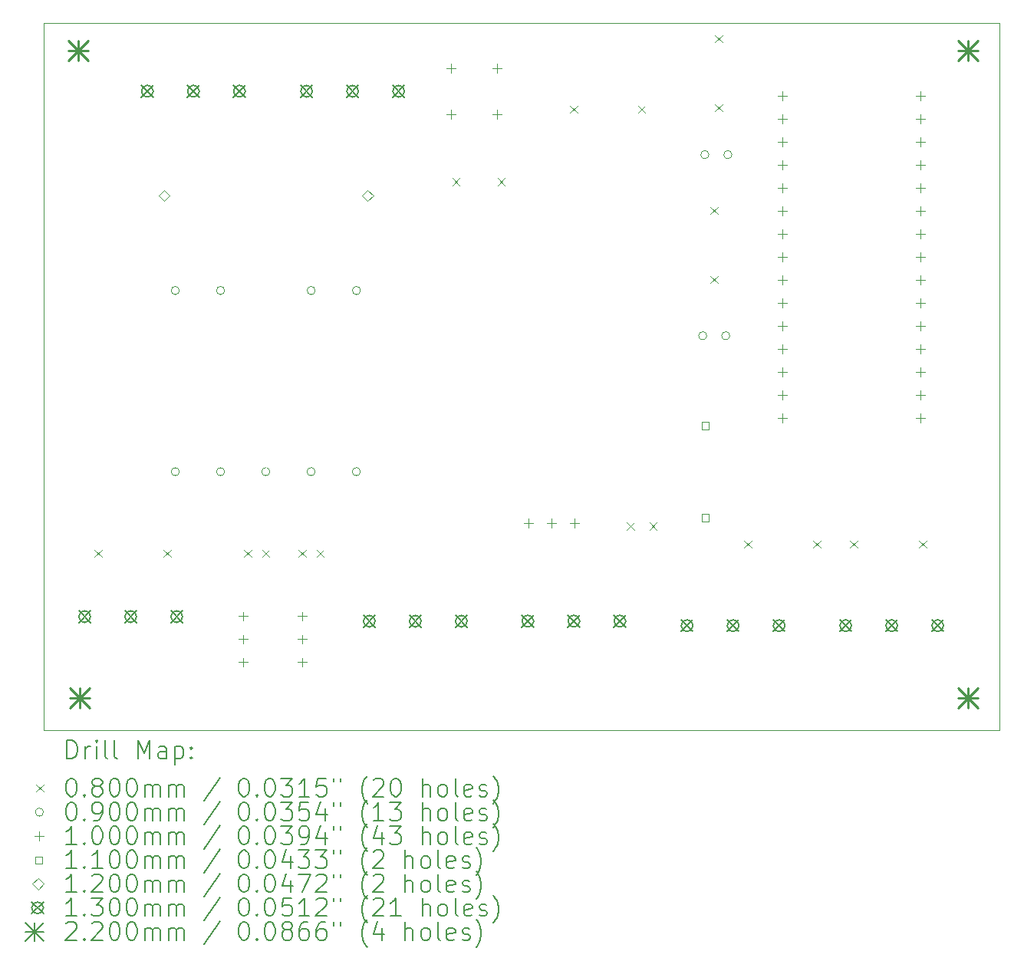
<source format=gbr>
%TF.GenerationSoftware,KiCad,Pcbnew,7.0.9*%
%TF.CreationDate,2024-05-06T10:05:25+02:00*%
%TF.ProjectId,Kicad_Passage_A_niveau_Stockage,4b696361-645f-4506-9173-736167655f41,rev?*%
%TF.SameCoordinates,Original*%
%TF.FileFunction,Drillmap*%
%TF.FilePolarity,Positive*%
%FSLAX45Y45*%
G04 Gerber Fmt 4.5, Leading zero omitted, Abs format (unit mm)*
G04 Created by KiCad (PCBNEW 7.0.9) date 2024-05-06 10:05:25*
%MOMM*%
%LPD*%
G01*
G04 APERTURE LIST*
%ADD10C,0.100000*%
%ADD11C,0.200000*%
%ADD12C,0.110000*%
%ADD13C,0.120000*%
%ADD14C,0.130000*%
%ADD15C,0.220000*%
G04 APERTURE END LIST*
D10*
X17039700Y-10872600D02*
X6489700Y-10872600D01*
X6489700Y-3072600D01*
X17039700Y-3072600D01*
X17039700Y-10872600D01*
D11*
D10*
X7049700Y-8882600D02*
X7129700Y-8962600D01*
X7129700Y-8882600D02*
X7049700Y-8962600D01*
X7811700Y-8882600D02*
X7891700Y-8962600D01*
X7891700Y-8882600D02*
X7811700Y-8962600D01*
X8699700Y-8882600D02*
X8779700Y-8962600D01*
X8779700Y-8882600D02*
X8699700Y-8962600D01*
X8899700Y-8882600D02*
X8979700Y-8962600D01*
X8979700Y-8882600D02*
X8899700Y-8962600D01*
X9299700Y-8882600D02*
X9379700Y-8962600D01*
X9379700Y-8882600D02*
X9299700Y-8962600D01*
X9499700Y-8882600D02*
X9579700Y-8962600D01*
X9579700Y-8882600D02*
X9499700Y-8962600D01*
X10999700Y-4782600D02*
X11079700Y-4862600D01*
X11079700Y-4782600D02*
X10999700Y-4862600D01*
X11499700Y-4782600D02*
X11579700Y-4862600D01*
X11579700Y-4782600D02*
X11499700Y-4862600D01*
X12299700Y-3982600D02*
X12379700Y-4062600D01*
X12379700Y-3982600D02*
X12299700Y-4062600D01*
X12924700Y-8582600D02*
X13004700Y-8662600D01*
X13004700Y-8582600D02*
X12924700Y-8662600D01*
X13049700Y-3982600D02*
X13129700Y-4062600D01*
X13129700Y-3982600D02*
X13049700Y-4062600D01*
X13174700Y-8582600D02*
X13254700Y-8662600D01*
X13254700Y-8582600D02*
X13174700Y-8662600D01*
X13849700Y-5101600D02*
X13929700Y-5181600D01*
X13929700Y-5101600D02*
X13849700Y-5181600D01*
X13849700Y-5863600D02*
X13929700Y-5943600D01*
X13929700Y-5863600D02*
X13849700Y-5943600D01*
X13899700Y-3201600D02*
X13979700Y-3281600D01*
X13979700Y-3201600D02*
X13899700Y-3281600D01*
X13899700Y-3963600D02*
X13979700Y-4043600D01*
X13979700Y-3963600D02*
X13899700Y-4043600D01*
X14218700Y-8782600D02*
X14298700Y-8862600D01*
X14298700Y-8782600D02*
X14218700Y-8862600D01*
X14980700Y-8782600D02*
X15060700Y-8862600D01*
X15060700Y-8782600D02*
X14980700Y-8862600D01*
X15387700Y-8782600D02*
X15467700Y-8862600D01*
X15467700Y-8782600D02*
X15387700Y-8862600D01*
X16149700Y-8782600D02*
X16229700Y-8862600D01*
X16229700Y-8782600D02*
X16149700Y-8862600D01*
X7984700Y-6022600D02*
G75*
G03*
X7984700Y-6022600I-45000J0D01*
G01*
X7984700Y-8022600D02*
G75*
G03*
X7984700Y-8022600I-45000J0D01*
G01*
X8484700Y-6022600D02*
G75*
G03*
X8484700Y-6022600I-45000J0D01*
G01*
X8484700Y-8022600D02*
G75*
G03*
X8484700Y-8022600I-45000J0D01*
G01*
X8984700Y-8022600D02*
G75*
G03*
X8984700Y-8022600I-45000J0D01*
G01*
X9484700Y-6022600D02*
G75*
G03*
X9484700Y-6022600I-45000J0D01*
G01*
X9484700Y-8022600D02*
G75*
G03*
X9484700Y-8022600I-45000J0D01*
G01*
X9984700Y-6022600D02*
G75*
G03*
X9984700Y-6022600I-45000J0D01*
G01*
X9984700Y-8022600D02*
G75*
G03*
X9984700Y-8022600I-45000J0D01*
G01*
X13807200Y-6522600D02*
G75*
G03*
X13807200Y-6522600I-45000J0D01*
G01*
X13830700Y-4522600D02*
G75*
G03*
X13830700Y-4522600I-45000J0D01*
G01*
X14061200Y-6522600D02*
G75*
G03*
X14061200Y-6522600I-45000J0D01*
G01*
X14084700Y-4522600D02*
G75*
G03*
X14084700Y-4522600I-45000J0D01*
G01*
X8689700Y-9568600D02*
X8689700Y-9668600D01*
X8639700Y-9618600D02*
X8739700Y-9618600D01*
X8689700Y-9822600D02*
X8689700Y-9922600D01*
X8639700Y-9872600D02*
X8739700Y-9872600D01*
X8689700Y-10076600D02*
X8689700Y-10176600D01*
X8639700Y-10126600D02*
X8739700Y-10126600D01*
X9339700Y-9568600D02*
X9339700Y-9668600D01*
X9289700Y-9618600D02*
X9389700Y-9618600D01*
X9339700Y-9822600D02*
X9339700Y-9922600D01*
X9289700Y-9872600D02*
X9389700Y-9872600D01*
X9339700Y-10076600D02*
X9339700Y-10176600D01*
X9289700Y-10126600D02*
X9389700Y-10126600D01*
X10987200Y-3518100D02*
X10987200Y-3618100D01*
X10937200Y-3568100D02*
X11037200Y-3568100D01*
X10987200Y-4026100D02*
X10987200Y-4126100D01*
X10937200Y-4076100D02*
X11037200Y-4076100D01*
X11495200Y-3518100D02*
X11495200Y-3618100D01*
X11445200Y-3568100D02*
X11545200Y-3568100D01*
X11495200Y-4026100D02*
X11495200Y-4126100D01*
X11445200Y-4076100D02*
X11545200Y-4076100D01*
X11835700Y-8538100D02*
X11835700Y-8638100D01*
X11785700Y-8588100D02*
X11885700Y-8588100D01*
X12089700Y-8538100D02*
X12089700Y-8638100D01*
X12039700Y-8588100D02*
X12139700Y-8588100D01*
X12343700Y-8538100D02*
X12343700Y-8638100D01*
X12293700Y-8588100D02*
X12393700Y-8588100D01*
X14639700Y-3822600D02*
X14639700Y-3922600D01*
X14589700Y-3872600D02*
X14689700Y-3872600D01*
X14639700Y-4076600D02*
X14639700Y-4176600D01*
X14589700Y-4126600D02*
X14689700Y-4126600D01*
X14639700Y-4330600D02*
X14639700Y-4430600D01*
X14589700Y-4380600D02*
X14689700Y-4380600D01*
X14639700Y-4584600D02*
X14639700Y-4684600D01*
X14589700Y-4634600D02*
X14689700Y-4634600D01*
X14639700Y-4838600D02*
X14639700Y-4938600D01*
X14589700Y-4888600D02*
X14689700Y-4888600D01*
X14639700Y-5092600D02*
X14639700Y-5192600D01*
X14589700Y-5142600D02*
X14689700Y-5142600D01*
X14639700Y-5346600D02*
X14639700Y-5446600D01*
X14589700Y-5396600D02*
X14689700Y-5396600D01*
X14639700Y-5600600D02*
X14639700Y-5700600D01*
X14589700Y-5650600D02*
X14689700Y-5650600D01*
X14639700Y-5854600D02*
X14639700Y-5954600D01*
X14589700Y-5904600D02*
X14689700Y-5904600D01*
X14639700Y-6108600D02*
X14639700Y-6208600D01*
X14589700Y-6158600D02*
X14689700Y-6158600D01*
X14639700Y-6362600D02*
X14639700Y-6462600D01*
X14589700Y-6412600D02*
X14689700Y-6412600D01*
X14639700Y-6616600D02*
X14639700Y-6716600D01*
X14589700Y-6666600D02*
X14689700Y-6666600D01*
X14639700Y-6870600D02*
X14639700Y-6970600D01*
X14589700Y-6920600D02*
X14689700Y-6920600D01*
X14639700Y-7124600D02*
X14639700Y-7224600D01*
X14589700Y-7174600D02*
X14689700Y-7174600D01*
X14639700Y-7378600D02*
X14639700Y-7478600D01*
X14589700Y-7428600D02*
X14689700Y-7428600D01*
X16163700Y-3822600D02*
X16163700Y-3922600D01*
X16113700Y-3872600D02*
X16213700Y-3872600D01*
X16163700Y-4076600D02*
X16163700Y-4176600D01*
X16113700Y-4126600D02*
X16213700Y-4126600D01*
X16163700Y-4330600D02*
X16163700Y-4430600D01*
X16113700Y-4380600D02*
X16213700Y-4380600D01*
X16163700Y-4584600D02*
X16163700Y-4684600D01*
X16113700Y-4634600D02*
X16213700Y-4634600D01*
X16163700Y-4838600D02*
X16163700Y-4938600D01*
X16113700Y-4888600D02*
X16213700Y-4888600D01*
X16163700Y-5092600D02*
X16163700Y-5192600D01*
X16113700Y-5142600D02*
X16213700Y-5142600D01*
X16163700Y-5346600D02*
X16163700Y-5446600D01*
X16113700Y-5396600D02*
X16213700Y-5396600D01*
X16163700Y-5600600D02*
X16163700Y-5700600D01*
X16113700Y-5650600D02*
X16213700Y-5650600D01*
X16163700Y-5854600D02*
X16163700Y-5954600D01*
X16113700Y-5904600D02*
X16213700Y-5904600D01*
X16163700Y-6108600D02*
X16163700Y-6208600D01*
X16113700Y-6158600D02*
X16213700Y-6158600D01*
X16163700Y-6362600D02*
X16163700Y-6462600D01*
X16113700Y-6412600D02*
X16213700Y-6412600D01*
X16163700Y-6616600D02*
X16163700Y-6716600D01*
X16113700Y-6666600D02*
X16213700Y-6666600D01*
X16163700Y-6870600D02*
X16163700Y-6970600D01*
X16113700Y-6920600D02*
X16213700Y-6920600D01*
X16163700Y-7124600D02*
X16163700Y-7224600D01*
X16113700Y-7174600D02*
X16213700Y-7174600D01*
X16163700Y-7378600D02*
X16163700Y-7478600D01*
X16113700Y-7428600D02*
X16213700Y-7428600D01*
D12*
X13828591Y-7553491D02*
X13828591Y-7475709D01*
X13750809Y-7475709D01*
X13750809Y-7553491D01*
X13828591Y-7553491D01*
X13828591Y-8569491D02*
X13828591Y-8491709D01*
X13750809Y-8491709D01*
X13750809Y-8569491D01*
X13828591Y-8569491D01*
D13*
X7814700Y-5032600D02*
X7874700Y-4972600D01*
X7814700Y-4912600D01*
X7754700Y-4972600D01*
X7814700Y-5032600D01*
X10064700Y-5032600D02*
X10124700Y-4972600D01*
X10064700Y-4912600D01*
X10004700Y-4972600D01*
X10064700Y-5032600D01*
D14*
X6874700Y-9557600D02*
X7004700Y-9687600D01*
X7004700Y-9557600D02*
X6874700Y-9687600D01*
X7004700Y-9622600D02*
G75*
G03*
X7004700Y-9622600I-65000J0D01*
G01*
X7382700Y-9557600D02*
X7512700Y-9687600D01*
X7512700Y-9557600D02*
X7382700Y-9687600D01*
X7512700Y-9622600D02*
G75*
G03*
X7512700Y-9622600I-65000J0D01*
G01*
X7566700Y-3757600D02*
X7696700Y-3887600D01*
X7696700Y-3757600D02*
X7566700Y-3887600D01*
X7696700Y-3822600D02*
G75*
G03*
X7696700Y-3822600I-65000J0D01*
G01*
X7890700Y-9557600D02*
X8020700Y-9687600D01*
X8020700Y-9557600D02*
X7890700Y-9687600D01*
X8020700Y-9622600D02*
G75*
G03*
X8020700Y-9622600I-65000J0D01*
G01*
X8074700Y-3757600D02*
X8204700Y-3887600D01*
X8204700Y-3757600D02*
X8074700Y-3887600D01*
X8204700Y-3822600D02*
G75*
G03*
X8204700Y-3822600I-65000J0D01*
G01*
X8582700Y-3757600D02*
X8712700Y-3887600D01*
X8712700Y-3757600D02*
X8582700Y-3887600D01*
X8712700Y-3822600D02*
G75*
G03*
X8712700Y-3822600I-65000J0D01*
G01*
X9324700Y-3757600D02*
X9454700Y-3887600D01*
X9454700Y-3757600D02*
X9324700Y-3887600D01*
X9454700Y-3822600D02*
G75*
G03*
X9454700Y-3822600I-65000J0D01*
G01*
X9832700Y-3757600D02*
X9962700Y-3887600D01*
X9962700Y-3757600D02*
X9832700Y-3887600D01*
X9962700Y-3822600D02*
G75*
G03*
X9962700Y-3822600I-65000J0D01*
G01*
X10016700Y-9607600D02*
X10146700Y-9737600D01*
X10146700Y-9607600D02*
X10016700Y-9737600D01*
X10146700Y-9672600D02*
G75*
G03*
X10146700Y-9672600I-65000J0D01*
G01*
X10340700Y-3757600D02*
X10470700Y-3887600D01*
X10470700Y-3757600D02*
X10340700Y-3887600D01*
X10470700Y-3822600D02*
G75*
G03*
X10470700Y-3822600I-65000J0D01*
G01*
X10524700Y-9607600D02*
X10654700Y-9737600D01*
X10654700Y-9607600D02*
X10524700Y-9737600D01*
X10654700Y-9672600D02*
G75*
G03*
X10654700Y-9672600I-65000J0D01*
G01*
X11032700Y-9607600D02*
X11162700Y-9737600D01*
X11162700Y-9607600D02*
X11032700Y-9737600D01*
X11162700Y-9672600D02*
G75*
G03*
X11162700Y-9672600I-65000J0D01*
G01*
X11766700Y-9607600D02*
X11896700Y-9737600D01*
X11896700Y-9607600D02*
X11766700Y-9737600D01*
X11896700Y-9672600D02*
G75*
G03*
X11896700Y-9672600I-65000J0D01*
G01*
X12274700Y-9607600D02*
X12404700Y-9737600D01*
X12404700Y-9607600D02*
X12274700Y-9737600D01*
X12404700Y-9672600D02*
G75*
G03*
X12404700Y-9672600I-65000J0D01*
G01*
X12782700Y-9607600D02*
X12912700Y-9737600D01*
X12912700Y-9607600D02*
X12782700Y-9737600D01*
X12912700Y-9672600D02*
G75*
G03*
X12912700Y-9672600I-65000J0D01*
G01*
X13524700Y-9657600D02*
X13654700Y-9787600D01*
X13654700Y-9657600D02*
X13524700Y-9787600D01*
X13654700Y-9722600D02*
G75*
G03*
X13654700Y-9722600I-65000J0D01*
G01*
X14032700Y-9657600D02*
X14162700Y-9787600D01*
X14162700Y-9657600D02*
X14032700Y-9787600D01*
X14162700Y-9722600D02*
G75*
G03*
X14162700Y-9722600I-65000J0D01*
G01*
X14540700Y-9657600D02*
X14670700Y-9787600D01*
X14670700Y-9657600D02*
X14540700Y-9787600D01*
X14670700Y-9722600D02*
G75*
G03*
X14670700Y-9722600I-65000J0D01*
G01*
X15274700Y-9657600D02*
X15404700Y-9787600D01*
X15404700Y-9657600D02*
X15274700Y-9787600D01*
X15404700Y-9722600D02*
G75*
G03*
X15404700Y-9722600I-65000J0D01*
G01*
X15782700Y-9657600D02*
X15912700Y-9787600D01*
X15912700Y-9657600D02*
X15782700Y-9787600D01*
X15912700Y-9722600D02*
G75*
G03*
X15912700Y-9722600I-65000J0D01*
G01*
X16290700Y-9657600D02*
X16420700Y-9787600D01*
X16420700Y-9657600D02*
X16290700Y-9787600D01*
X16420700Y-9722600D02*
G75*
G03*
X16420700Y-9722600I-65000J0D01*
G01*
D15*
X6760700Y-3268200D02*
X6980700Y-3488200D01*
X6980700Y-3268200D02*
X6760700Y-3488200D01*
X6870700Y-3268200D02*
X6870700Y-3488200D01*
X6760700Y-3378200D02*
X6980700Y-3378200D01*
X6779700Y-10412600D02*
X6999700Y-10632600D01*
X6999700Y-10412600D02*
X6779700Y-10632600D01*
X6889700Y-10412600D02*
X6889700Y-10632600D01*
X6779700Y-10522600D02*
X6999700Y-10522600D01*
X16579700Y-3262600D02*
X16799700Y-3482600D01*
X16799700Y-3262600D02*
X16579700Y-3482600D01*
X16689700Y-3262600D02*
X16689700Y-3482600D01*
X16579700Y-3372600D02*
X16799700Y-3372600D01*
X16579700Y-10412600D02*
X16799700Y-10632600D01*
X16799700Y-10412600D02*
X16579700Y-10632600D01*
X16689700Y-10412600D02*
X16689700Y-10632600D01*
X16579700Y-10522600D02*
X16799700Y-10522600D01*
D11*
X6745477Y-11189084D02*
X6745477Y-10989084D01*
X6745477Y-10989084D02*
X6793096Y-10989084D01*
X6793096Y-10989084D02*
X6821667Y-10998608D01*
X6821667Y-10998608D02*
X6840715Y-11017655D01*
X6840715Y-11017655D02*
X6850239Y-11036703D01*
X6850239Y-11036703D02*
X6859762Y-11074798D01*
X6859762Y-11074798D02*
X6859762Y-11103370D01*
X6859762Y-11103370D02*
X6850239Y-11141465D01*
X6850239Y-11141465D02*
X6840715Y-11160512D01*
X6840715Y-11160512D02*
X6821667Y-11179560D01*
X6821667Y-11179560D02*
X6793096Y-11189084D01*
X6793096Y-11189084D02*
X6745477Y-11189084D01*
X6945477Y-11189084D02*
X6945477Y-11055750D01*
X6945477Y-11093846D02*
X6955001Y-11074798D01*
X6955001Y-11074798D02*
X6964524Y-11065274D01*
X6964524Y-11065274D02*
X6983572Y-11055750D01*
X6983572Y-11055750D02*
X7002620Y-11055750D01*
X7069286Y-11189084D02*
X7069286Y-11055750D01*
X7069286Y-10989084D02*
X7059762Y-10998608D01*
X7059762Y-10998608D02*
X7069286Y-11008131D01*
X7069286Y-11008131D02*
X7078810Y-10998608D01*
X7078810Y-10998608D02*
X7069286Y-10989084D01*
X7069286Y-10989084D02*
X7069286Y-11008131D01*
X7193096Y-11189084D02*
X7174048Y-11179560D01*
X7174048Y-11179560D02*
X7164524Y-11160512D01*
X7164524Y-11160512D02*
X7164524Y-10989084D01*
X7297858Y-11189084D02*
X7278810Y-11179560D01*
X7278810Y-11179560D02*
X7269286Y-11160512D01*
X7269286Y-11160512D02*
X7269286Y-10989084D01*
X7526429Y-11189084D02*
X7526429Y-10989084D01*
X7526429Y-10989084D02*
X7593096Y-11131941D01*
X7593096Y-11131941D02*
X7659762Y-10989084D01*
X7659762Y-10989084D02*
X7659762Y-11189084D01*
X7840715Y-11189084D02*
X7840715Y-11084322D01*
X7840715Y-11084322D02*
X7831191Y-11065274D01*
X7831191Y-11065274D02*
X7812143Y-11055750D01*
X7812143Y-11055750D02*
X7774048Y-11055750D01*
X7774048Y-11055750D02*
X7755001Y-11065274D01*
X7840715Y-11179560D02*
X7821667Y-11189084D01*
X7821667Y-11189084D02*
X7774048Y-11189084D01*
X7774048Y-11189084D02*
X7755001Y-11179560D01*
X7755001Y-11179560D02*
X7745477Y-11160512D01*
X7745477Y-11160512D02*
X7745477Y-11141465D01*
X7745477Y-11141465D02*
X7755001Y-11122417D01*
X7755001Y-11122417D02*
X7774048Y-11112893D01*
X7774048Y-11112893D02*
X7821667Y-11112893D01*
X7821667Y-11112893D02*
X7840715Y-11103370D01*
X7935953Y-11055750D02*
X7935953Y-11255750D01*
X7935953Y-11065274D02*
X7955001Y-11055750D01*
X7955001Y-11055750D02*
X7993096Y-11055750D01*
X7993096Y-11055750D02*
X8012143Y-11065274D01*
X8012143Y-11065274D02*
X8021667Y-11074798D01*
X8021667Y-11074798D02*
X8031191Y-11093846D01*
X8031191Y-11093846D02*
X8031191Y-11150989D01*
X8031191Y-11150989D02*
X8021667Y-11170036D01*
X8021667Y-11170036D02*
X8012143Y-11179560D01*
X8012143Y-11179560D02*
X7993096Y-11189084D01*
X7993096Y-11189084D02*
X7955001Y-11189084D01*
X7955001Y-11189084D02*
X7935953Y-11179560D01*
X8116905Y-11170036D02*
X8126429Y-11179560D01*
X8126429Y-11179560D02*
X8116905Y-11189084D01*
X8116905Y-11189084D02*
X8107382Y-11179560D01*
X8107382Y-11179560D02*
X8116905Y-11170036D01*
X8116905Y-11170036D02*
X8116905Y-11189084D01*
X8116905Y-11065274D02*
X8126429Y-11074798D01*
X8126429Y-11074798D02*
X8116905Y-11084322D01*
X8116905Y-11084322D02*
X8107382Y-11074798D01*
X8107382Y-11074798D02*
X8116905Y-11065274D01*
X8116905Y-11065274D02*
X8116905Y-11084322D01*
D10*
X6404700Y-11477600D02*
X6484700Y-11557600D01*
X6484700Y-11477600D02*
X6404700Y-11557600D01*
D11*
X6783572Y-11409084D02*
X6802620Y-11409084D01*
X6802620Y-11409084D02*
X6821667Y-11418608D01*
X6821667Y-11418608D02*
X6831191Y-11428131D01*
X6831191Y-11428131D02*
X6840715Y-11447179D01*
X6840715Y-11447179D02*
X6850239Y-11485274D01*
X6850239Y-11485274D02*
X6850239Y-11532893D01*
X6850239Y-11532893D02*
X6840715Y-11570988D01*
X6840715Y-11570988D02*
X6831191Y-11590036D01*
X6831191Y-11590036D02*
X6821667Y-11599560D01*
X6821667Y-11599560D02*
X6802620Y-11609084D01*
X6802620Y-11609084D02*
X6783572Y-11609084D01*
X6783572Y-11609084D02*
X6764524Y-11599560D01*
X6764524Y-11599560D02*
X6755001Y-11590036D01*
X6755001Y-11590036D02*
X6745477Y-11570988D01*
X6745477Y-11570988D02*
X6735953Y-11532893D01*
X6735953Y-11532893D02*
X6735953Y-11485274D01*
X6735953Y-11485274D02*
X6745477Y-11447179D01*
X6745477Y-11447179D02*
X6755001Y-11428131D01*
X6755001Y-11428131D02*
X6764524Y-11418608D01*
X6764524Y-11418608D02*
X6783572Y-11409084D01*
X6935953Y-11590036D02*
X6945477Y-11599560D01*
X6945477Y-11599560D02*
X6935953Y-11609084D01*
X6935953Y-11609084D02*
X6926429Y-11599560D01*
X6926429Y-11599560D02*
X6935953Y-11590036D01*
X6935953Y-11590036D02*
X6935953Y-11609084D01*
X7059762Y-11494798D02*
X7040715Y-11485274D01*
X7040715Y-11485274D02*
X7031191Y-11475750D01*
X7031191Y-11475750D02*
X7021667Y-11456703D01*
X7021667Y-11456703D02*
X7021667Y-11447179D01*
X7021667Y-11447179D02*
X7031191Y-11428131D01*
X7031191Y-11428131D02*
X7040715Y-11418608D01*
X7040715Y-11418608D02*
X7059762Y-11409084D01*
X7059762Y-11409084D02*
X7097858Y-11409084D01*
X7097858Y-11409084D02*
X7116905Y-11418608D01*
X7116905Y-11418608D02*
X7126429Y-11428131D01*
X7126429Y-11428131D02*
X7135953Y-11447179D01*
X7135953Y-11447179D02*
X7135953Y-11456703D01*
X7135953Y-11456703D02*
X7126429Y-11475750D01*
X7126429Y-11475750D02*
X7116905Y-11485274D01*
X7116905Y-11485274D02*
X7097858Y-11494798D01*
X7097858Y-11494798D02*
X7059762Y-11494798D01*
X7059762Y-11494798D02*
X7040715Y-11504322D01*
X7040715Y-11504322D02*
X7031191Y-11513846D01*
X7031191Y-11513846D02*
X7021667Y-11532893D01*
X7021667Y-11532893D02*
X7021667Y-11570988D01*
X7021667Y-11570988D02*
X7031191Y-11590036D01*
X7031191Y-11590036D02*
X7040715Y-11599560D01*
X7040715Y-11599560D02*
X7059762Y-11609084D01*
X7059762Y-11609084D02*
X7097858Y-11609084D01*
X7097858Y-11609084D02*
X7116905Y-11599560D01*
X7116905Y-11599560D02*
X7126429Y-11590036D01*
X7126429Y-11590036D02*
X7135953Y-11570988D01*
X7135953Y-11570988D02*
X7135953Y-11532893D01*
X7135953Y-11532893D02*
X7126429Y-11513846D01*
X7126429Y-11513846D02*
X7116905Y-11504322D01*
X7116905Y-11504322D02*
X7097858Y-11494798D01*
X7259762Y-11409084D02*
X7278810Y-11409084D01*
X7278810Y-11409084D02*
X7297858Y-11418608D01*
X7297858Y-11418608D02*
X7307382Y-11428131D01*
X7307382Y-11428131D02*
X7316905Y-11447179D01*
X7316905Y-11447179D02*
X7326429Y-11485274D01*
X7326429Y-11485274D02*
X7326429Y-11532893D01*
X7326429Y-11532893D02*
X7316905Y-11570988D01*
X7316905Y-11570988D02*
X7307382Y-11590036D01*
X7307382Y-11590036D02*
X7297858Y-11599560D01*
X7297858Y-11599560D02*
X7278810Y-11609084D01*
X7278810Y-11609084D02*
X7259762Y-11609084D01*
X7259762Y-11609084D02*
X7240715Y-11599560D01*
X7240715Y-11599560D02*
X7231191Y-11590036D01*
X7231191Y-11590036D02*
X7221667Y-11570988D01*
X7221667Y-11570988D02*
X7212143Y-11532893D01*
X7212143Y-11532893D02*
X7212143Y-11485274D01*
X7212143Y-11485274D02*
X7221667Y-11447179D01*
X7221667Y-11447179D02*
X7231191Y-11428131D01*
X7231191Y-11428131D02*
X7240715Y-11418608D01*
X7240715Y-11418608D02*
X7259762Y-11409084D01*
X7450239Y-11409084D02*
X7469286Y-11409084D01*
X7469286Y-11409084D02*
X7488334Y-11418608D01*
X7488334Y-11418608D02*
X7497858Y-11428131D01*
X7497858Y-11428131D02*
X7507382Y-11447179D01*
X7507382Y-11447179D02*
X7516905Y-11485274D01*
X7516905Y-11485274D02*
X7516905Y-11532893D01*
X7516905Y-11532893D02*
X7507382Y-11570988D01*
X7507382Y-11570988D02*
X7497858Y-11590036D01*
X7497858Y-11590036D02*
X7488334Y-11599560D01*
X7488334Y-11599560D02*
X7469286Y-11609084D01*
X7469286Y-11609084D02*
X7450239Y-11609084D01*
X7450239Y-11609084D02*
X7431191Y-11599560D01*
X7431191Y-11599560D02*
X7421667Y-11590036D01*
X7421667Y-11590036D02*
X7412143Y-11570988D01*
X7412143Y-11570988D02*
X7402620Y-11532893D01*
X7402620Y-11532893D02*
X7402620Y-11485274D01*
X7402620Y-11485274D02*
X7412143Y-11447179D01*
X7412143Y-11447179D02*
X7421667Y-11428131D01*
X7421667Y-11428131D02*
X7431191Y-11418608D01*
X7431191Y-11418608D02*
X7450239Y-11409084D01*
X7602620Y-11609084D02*
X7602620Y-11475750D01*
X7602620Y-11494798D02*
X7612143Y-11485274D01*
X7612143Y-11485274D02*
X7631191Y-11475750D01*
X7631191Y-11475750D02*
X7659763Y-11475750D01*
X7659763Y-11475750D02*
X7678810Y-11485274D01*
X7678810Y-11485274D02*
X7688334Y-11504322D01*
X7688334Y-11504322D02*
X7688334Y-11609084D01*
X7688334Y-11504322D02*
X7697858Y-11485274D01*
X7697858Y-11485274D02*
X7716905Y-11475750D01*
X7716905Y-11475750D02*
X7745477Y-11475750D01*
X7745477Y-11475750D02*
X7764524Y-11485274D01*
X7764524Y-11485274D02*
X7774048Y-11504322D01*
X7774048Y-11504322D02*
X7774048Y-11609084D01*
X7869286Y-11609084D02*
X7869286Y-11475750D01*
X7869286Y-11494798D02*
X7878810Y-11485274D01*
X7878810Y-11485274D02*
X7897858Y-11475750D01*
X7897858Y-11475750D02*
X7926429Y-11475750D01*
X7926429Y-11475750D02*
X7945477Y-11485274D01*
X7945477Y-11485274D02*
X7955001Y-11504322D01*
X7955001Y-11504322D02*
X7955001Y-11609084D01*
X7955001Y-11504322D02*
X7964524Y-11485274D01*
X7964524Y-11485274D02*
X7983572Y-11475750D01*
X7983572Y-11475750D02*
X8012143Y-11475750D01*
X8012143Y-11475750D02*
X8031191Y-11485274D01*
X8031191Y-11485274D02*
X8040715Y-11504322D01*
X8040715Y-11504322D02*
X8040715Y-11609084D01*
X8431191Y-11399560D02*
X8259763Y-11656703D01*
X8688334Y-11409084D02*
X8707382Y-11409084D01*
X8707382Y-11409084D02*
X8726429Y-11418608D01*
X8726429Y-11418608D02*
X8735953Y-11428131D01*
X8735953Y-11428131D02*
X8745477Y-11447179D01*
X8745477Y-11447179D02*
X8755001Y-11485274D01*
X8755001Y-11485274D02*
X8755001Y-11532893D01*
X8755001Y-11532893D02*
X8745477Y-11570988D01*
X8745477Y-11570988D02*
X8735953Y-11590036D01*
X8735953Y-11590036D02*
X8726429Y-11599560D01*
X8726429Y-11599560D02*
X8707382Y-11609084D01*
X8707382Y-11609084D02*
X8688334Y-11609084D01*
X8688334Y-11609084D02*
X8669287Y-11599560D01*
X8669287Y-11599560D02*
X8659763Y-11590036D01*
X8659763Y-11590036D02*
X8650239Y-11570988D01*
X8650239Y-11570988D02*
X8640715Y-11532893D01*
X8640715Y-11532893D02*
X8640715Y-11485274D01*
X8640715Y-11485274D02*
X8650239Y-11447179D01*
X8650239Y-11447179D02*
X8659763Y-11428131D01*
X8659763Y-11428131D02*
X8669287Y-11418608D01*
X8669287Y-11418608D02*
X8688334Y-11409084D01*
X8840715Y-11590036D02*
X8850239Y-11599560D01*
X8850239Y-11599560D02*
X8840715Y-11609084D01*
X8840715Y-11609084D02*
X8831191Y-11599560D01*
X8831191Y-11599560D02*
X8840715Y-11590036D01*
X8840715Y-11590036D02*
X8840715Y-11609084D01*
X8974048Y-11409084D02*
X8993096Y-11409084D01*
X8993096Y-11409084D02*
X9012144Y-11418608D01*
X9012144Y-11418608D02*
X9021668Y-11428131D01*
X9021668Y-11428131D02*
X9031191Y-11447179D01*
X9031191Y-11447179D02*
X9040715Y-11485274D01*
X9040715Y-11485274D02*
X9040715Y-11532893D01*
X9040715Y-11532893D02*
X9031191Y-11570988D01*
X9031191Y-11570988D02*
X9021668Y-11590036D01*
X9021668Y-11590036D02*
X9012144Y-11599560D01*
X9012144Y-11599560D02*
X8993096Y-11609084D01*
X8993096Y-11609084D02*
X8974048Y-11609084D01*
X8974048Y-11609084D02*
X8955001Y-11599560D01*
X8955001Y-11599560D02*
X8945477Y-11590036D01*
X8945477Y-11590036D02*
X8935953Y-11570988D01*
X8935953Y-11570988D02*
X8926429Y-11532893D01*
X8926429Y-11532893D02*
X8926429Y-11485274D01*
X8926429Y-11485274D02*
X8935953Y-11447179D01*
X8935953Y-11447179D02*
X8945477Y-11428131D01*
X8945477Y-11428131D02*
X8955001Y-11418608D01*
X8955001Y-11418608D02*
X8974048Y-11409084D01*
X9107382Y-11409084D02*
X9231191Y-11409084D01*
X9231191Y-11409084D02*
X9164525Y-11485274D01*
X9164525Y-11485274D02*
X9193096Y-11485274D01*
X9193096Y-11485274D02*
X9212144Y-11494798D01*
X9212144Y-11494798D02*
X9221668Y-11504322D01*
X9221668Y-11504322D02*
X9231191Y-11523369D01*
X9231191Y-11523369D02*
X9231191Y-11570988D01*
X9231191Y-11570988D02*
X9221668Y-11590036D01*
X9221668Y-11590036D02*
X9212144Y-11599560D01*
X9212144Y-11599560D02*
X9193096Y-11609084D01*
X9193096Y-11609084D02*
X9135953Y-11609084D01*
X9135953Y-11609084D02*
X9116906Y-11599560D01*
X9116906Y-11599560D02*
X9107382Y-11590036D01*
X9421668Y-11609084D02*
X9307382Y-11609084D01*
X9364525Y-11609084D02*
X9364525Y-11409084D01*
X9364525Y-11409084D02*
X9345477Y-11437655D01*
X9345477Y-11437655D02*
X9326429Y-11456703D01*
X9326429Y-11456703D02*
X9307382Y-11466227D01*
X9602620Y-11409084D02*
X9507382Y-11409084D01*
X9507382Y-11409084D02*
X9497858Y-11504322D01*
X9497858Y-11504322D02*
X9507382Y-11494798D01*
X9507382Y-11494798D02*
X9526429Y-11485274D01*
X9526429Y-11485274D02*
X9574049Y-11485274D01*
X9574049Y-11485274D02*
X9593096Y-11494798D01*
X9593096Y-11494798D02*
X9602620Y-11504322D01*
X9602620Y-11504322D02*
X9612144Y-11523369D01*
X9612144Y-11523369D02*
X9612144Y-11570988D01*
X9612144Y-11570988D02*
X9602620Y-11590036D01*
X9602620Y-11590036D02*
X9593096Y-11599560D01*
X9593096Y-11599560D02*
X9574049Y-11609084D01*
X9574049Y-11609084D02*
X9526429Y-11609084D01*
X9526429Y-11609084D02*
X9507382Y-11599560D01*
X9507382Y-11599560D02*
X9497858Y-11590036D01*
X9688334Y-11409084D02*
X9688334Y-11447179D01*
X9764525Y-11409084D02*
X9764525Y-11447179D01*
X10059763Y-11685274D02*
X10050239Y-11675750D01*
X10050239Y-11675750D02*
X10031191Y-11647179D01*
X10031191Y-11647179D02*
X10021668Y-11628131D01*
X10021668Y-11628131D02*
X10012144Y-11599560D01*
X10012144Y-11599560D02*
X10002620Y-11551941D01*
X10002620Y-11551941D02*
X10002620Y-11513846D01*
X10002620Y-11513846D02*
X10012144Y-11466227D01*
X10012144Y-11466227D02*
X10021668Y-11437655D01*
X10021668Y-11437655D02*
X10031191Y-11418608D01*
X10031191Y-11418608D02*
X10050239Y-11390036D01*
X10050239Y-11390036D02*
X10059763Y-11380512D01*
X10126430Y-11428131D02*
X10135953Y-11418608D01*
X10135953Y-11418608D02*
X10155001Y-11409084D01*
X10155001Y-11409084D02*
X10202620Y-11409084D01*
X10202620Y-11409084D02*
X10221668Y-11418608D01*
X10221668Y-11418608D02*
X10231191Y-11428131D01*
X10231191Y-11428131D02*
X10240715Y-11447179D01*
X10240715Y-11447179D02*
X10240715Y-11466227D01*
X10240715Y-11466227D02*
X10231191Y-11494798D01*
X10231191Y-11494798D02*
X10116906Y-11609084D01*
X10116906Y-11609084D02*
X10240715Y-11609084D01*
X10364525Y-11409084D02*
X10383572Y-11409084D01*
X10383572Y-11409084D02*
X10402620Y-11418608D01*
X10402620Y-11418608D02*
X10412144Y-11428131D01*
X10412144Y-11428131D02*
X10421668Y-11447179D01*
X10421668Y-11447179D02*
X10431191Y-11485274D01*
X10431191Y-11485274D02*
X10431191Y-11532893D01*
X10431191Y-11532893D02*
X10421668Y-11570988D01*
X10421668Y-11570988D02*
X10412144Y-11590036D01*
X10412144Y-11590036D02*
X10402620Y-11599560D01*
X10402620Y-11599560D02*
X10383572Y-11609084D01*
X10383572Y-11609084D02*
X10364525Y-11609084D01*
X10364525Y-11609084D02*
X10345477Y-11599560D01*
X10345477Y-11599560D02*
X10335953Y-11590036D01*
X10335953Y-11590036D02*
X10326430Y-11570988D01*
X10326430Y-11570988D02*
X10316906Y-11532893D01*
X10316906Y-11532893D02*
X10316906Y-11485274D01*
X10316906Y-11485274D02*
X10326430Y-11447179D01*
X10326430Y-11447179D02*
X10335953Y-11428131D01*
X10335953Y-11428131D02*
X10345477Y-11418608D01*
X10345477Y-11418608D02*
X10364525Y-11409084D01*
X10669287Y-11609084D02*
X10669287Y-11409084D01*
X10755001Y-11609084D02*
X10755001Y-11504322D01*
X10755001Y-11504322D02*
X10745477Y-11485274D01*
X10745477Y-11485274D02*
X10726430Y-11475750D01*
X10726430Y-11475750D02*
X10697858Y-11475750D01*
X10697858Y-11475750D02*
X10678811Y-11485274D01*
X10678811Y-11485274D02*
X10669287Y-11494798D01*
X10878811Y-11609084D02*
X10859763Y-11599560D01*
X10859763Y-11599560D02*
X10850239Y-11590036D01*
X10850239Y-11590036D02*
X10840715Y-11570988D01*
X10840715Y-11570988D02*
X10840715Y-11513846D01*
X10840715Y-11513846D02*
X10850239Y-11494798D01*
X10850239Y-11494798D02*
X10859763Y-11485274D01*
X10859763Y-11485274D02*
X10878811Y-11475750D01*
X10878811Y-11475750D02*
X10907382Y-11475750D01*
X10907382Y-11475750D02*
X10926430Y-11485274D01*
X10926430Y-11485274D02*
X10935953Y-11494798D01*
X10935953Y-11494798D02*
X10945477Y-11513846D01*
X10945477Y-11513846D02*
X10945477Y-11570988D01*
X10945477Y-11570988D02*
X10935953Y-11590036D01*
X10935953Y-11590036D02*
X10926430Y-11599560D01*
X10926430Y-11599560D02*
X10907382Y-11609084D01*
X10907382Y-11609084D02*
X10878811Y-11609084D01*
X11059763Y-11609084D02*
X11040715Y-11599560D01*
X11040715Y-11599560D02*
X11031192Y-11580512D01*
X11031192Y-11580512D02*
X11031192Y-11409084D01*
X11212144Y-11599560D02*
X11193096Y-11609084D01*
X11193096Y-11609084D02*
X11155001Y-11609084D01*
X11155001Y-11609084D02*
X11135953Y-11599560D01*
X11135953Y-11599560D02*
X11126430Y-11580512D01*
X11126430Y-11580512D02*
X11126430Y-11504322D01*
X11126430Y-11504322D02*
X11135953Y-11485274D01*
X11135953Y-11485274D02*
X11155001Y-11475750D01*
X11155001Y-11475750D02*
X11193096Y-11475750D01*
X11193096Y-11475750D02*
X11212144Y-11485274D01*
X11212144Y-11485274D02*
X11221668Y-11504322D01*
X11221668Y-11504322D02*
X11221668Y-11523369D01*
X11221668Y-11523369D02*
X11126430Y-11542417D01*
X11297858Y-11599560D02*
X11316906Y-11609084D01*
X11316906Y-11609084D02*
X11355001Y-11609084D01*
X11355001Y-11609084D02*
X11374049Y-11599560D01*
X11374049Y-11599560D02*
X11383572Y-11580512D01*
X11383572Y-11580512D02*
X11383572Y-11570988D01*
X11383572Y-11570988D02*
X11374049Y-11551941D01*
X11374049Y-11551941D02*
X11355001Y-11542417D01*
X11355001Y-11542417D02*
X11326430Y-11542417D01*
X11326430Y-11542417D02*
X11307382Y-11532893D01*
X11307382Y-11532893D02*
X11297858Y-11513846D01*
X11297858Y-11513846D02*
X11297858Y-11504322D01*
X11297858Y-11504322D02*
X11307382Y-11485274D01*
X11307382Y-11485274D02*
X11326430Y-11475750D01*
X11326430Y-11475750D02*
X11355001Y-11475750D01*
X11355001Y-11475750D02*
X11374049Y-11485274D01*
X11450239Y-11685274D02*
X11459763Y-11675750D01*
X11459763Y-11675750D02*
X11478811Y-11647179D01*
X11478811Y-11647179D02*
X11488334Y-11628131D01*
X11488334Y-11628131D02*
X11497858Y-11599560D01*
X11497858Y-11599560D02*
X11507382Y-11551941D01*
X11507382Y-11551941D02*
X11507382Y-11513846D01*
X11507382Y-11513846D02*
X11497858Y-11466227D01*
X11497858Y-11466227D02*
X11488334Y-11437655D01*
X11488334Y-11437655D02*
X11478811Y-11418608D01*
X11478811Y-11418608D02*
X11459763Y-11390036D01*
X11459763Y-11390036D02*
X11450239Y-11380512D01*
D10*
X6484700Y-11781600D02*
G75*
G03*
X6484700Y-11781600I-45000J0D01*
G01*
D11*
X6783572Y-11673084D02*
X6802620Y-11673084D01*
X6802620Y-11673084D02*
X6821667Y-11682608D01*
X6821667Y-11682608D02*
X6831191Y-11692131D01*
X6831191Y-11692131D02*
X6840715Y-11711179D01*
X6840715Y-11711179D02*
X6850239Y-11749274D01*
X6850239Y-11749274D02*
X6850239Y-11796893D01*
X6850239Y-11796893D02*
X6840715Y-11834988D01*
X6840715Y-11834988D02*
X6831191Y-11854036D01*
X6831191Y-11854036D02*
X6821667Y-11863560D01*
X6821667Y-11863560D02*
X6802620Y-11873084D01*
X6802620Y-11873084D02*
X6783572Y-11873084D01*
X6783572Y-11873084D02*
X6764524Y-11863560D01*
X6764524Y-11863560D02*
X6755001Y-11854036D01*
X6755001Y-11854036D02*
X6745477Y-11834988D01*
X6745477Y-11834988D02*
X6735953Y-11796893D01*
X6735953Y-11796893D02*
X6735953Y-11749274D01*
X6735953Y-11749274D02*
X6745477Y-11711179D01*
X6745477Y-11711179D02*
X6755001Y-11692131D01*
X6755001Y-11692131D02*
X6764524Y-11682608D01*
X6764524Y-11682608D02*
X6783572Y-11673084D01*
X6935953Y-11854036D02*
X6945477Y-11863560D01*
X6945477Y-11863560D02*
X6935953Y-11873084D01*
X6935953Y-11873084D02*
X6926429Y-11863560D01*
X6926429Y-11863560D02*
X6935953Y-11854036D01*
X6935953Y-11854036D02*
X6935953Y-11873084D01*
X7040715Y-11873084D02*
X7078810Y-11873084D01*
X7078810Y-11873084D02*
X7097858Y-11863560D01*
X7097858Y-11863560D02*
X7107382Y-11854036D01*
X7107382Y-11854036D02*
X7126429Y-11825465D01*
X7126429Y-11825465D02*
X7135953Y-11787369D01*
X7135953Y-11787369D02*
X7135953Y-11711179D01*
X7135953Y-11711179D02*
X7126429Y-11692131D01*
X7126429Y-11692131D02*
X7116905Y-11682608D01*
X7116905Y-11682608D02*
X7097858Y-11673084D01*
X7097858Y-11673084D02*
X7059762Y-11673084D01*
X7059762Y-11673084D02*
X7040715Y-11682608D01*
X7040715Y-11682608D02*
X7031191Y-11692131D01*
X7031191Y-11692131D02*
X7021667Y-11711179D01*
X7021667Y-11711179D02*
X7021667Y-11758798D01*
X7021667Y-11758798D02*
X7031191Y-11777846D01*
X7031191Y-11777846D02*
X7040715Y-11787369D01*
X7040715Y-11787369D02*
X7059762Y-11796893D01*
X7059762Y-11796893D02*
X7097858Y-11796893D01*
X7097858Y-11796893D02*
X7116905Y-11787369D01*
X7116905Y-11787369D02*
X7126429Y-11777846D01*
X7126429Y-11777846D02*
X7135953Y-11758798D01*
X7259762Y-11673084D02*
X7278810Y-11673084D01*
X7278810Y-11673084D02*
X7297858Y-11682608D01*
X7297858Y-11682608D02*
X7307382Y-11692131D01*
X7307382Y-11692131D02*
X7316905Y-11711179D01*
X7316905Y-11711179D02*
X7326429Y-11749274D01*
X7326429Y-11749274D02*
X7326429Y-11796893D01*
X7326429Y-11796893D02*
X7316905Y-11834988D01*
X7316905Y-11834988D02*
X7307382Y-11854036D01*
X7307382Y-11854036D02*
X7297858Y-11863560D01*
X7297858Y-11863560D02*
X7278810Y-11873084D01*
X7278810Y-11873084D02*
X7259762Y-11873084D01*
X7259762Y-11873084D02*
X7240715Y-11863560D01*
X7240715Y-11863560D02*
X7231191Y-11854036D01*
X7231191Y-11854036D02*
X7221667Y-11834988D01*
X7221667Y-11834988D02*
X7212143Y-11796893D01*
X7212143Y-11796893D02*
X7212143Y-11749274D01*
X7212143Y-11749274D02*
X7221667Y-11711179D01*
X7221667Y-11711179D02*
X7231191Y-11692131D01*
X7231191Y-11692131D02*
X7240715Y-11682608D01*
X7240715Y-11682608D02*
X7259762Y-11673084D01*
X7450239Y-11673084D02*
X7469286Y-11673084D01*
X7469286Y-11673084D02*
X7488334Y-11682608D01*
X7488334Y-11682608D02*
X7497858Y-11692131D01*
X7497858Y-11692131D02*
X7507382Y-11711179D01*
X7507382Y-11711179D02*
X7516905Y-11749274D01*
X7516905Y-11749274D02*
X7516905Y-11796893D01*
X7516905Y-11796893D02*
X7507382Y-11834988D01*
X7507382Y-11834988D02*
X7497858Y-11854036D01*
X7497858Y-11854036D02*
X7488334Y-11863560D01*
X7488334Y-11863560D02*
X7469286Y-11873084D01*
X7469286Y-11873084D02*
X7450239Y-11873084D01*
X7450239Y-11873084D02*
X7431191Y-11863560D01*
X7431191Y-11863560D02*
X7421667Y-11854036D01*
X7421667Y-11854036D02*
X7412143Y-11834988D01*
X7412143Y-11834988D02*
X7402620Y-11796893D01*
X7402620Y-11796893D02*
X7402620Y-11749274D01*
X7402620Y-11749274D02*
X7412143Y-11711179D01*
X7412143Y-11711179D02*
X7421667Y-11692131D01*
X7421667Y-11692131D02*
X7431191Y-11682608D01*
X7431191Y-11682608D02*
X7450239Y-11673084D01*
X7602620Y-11873084D02*
X7602620Y-11739750D01*
X7602620Y-11758798D02*
X7612143Y-11749274D01*
X7612143Y-11749274D02*
X7631191Y-11739750D01*
X7631191Y-11739750D02*
X7659763Y-11739750D01*
X7659763Y-11739750D02*
X7678810Y-11749274D01*
X7678810Y-11749274D02*
X7688334Y-11768322D01*
X7688334Y-11768322D02*
X7688334Y-11873084D01*
X7688334Y-11768322D02*
X7697858Y-11749274D01*
X7697858Y-11749274D02*
X7716905Y-11739750D01*
X7716905Y-11739750D02*
X7745477Y-11739750D01*
X7745477Y-11739750D02*
X7764524Y-11749274D01*
X7764524Y-11749274D02*
X7774048Y-11768322D01*
X7774048Y-11768322D02*
X7774048Y-11873084D01*
X7869286Y-11873084D02*
X7869286Y-11739750D01*
X7869286Y-11758798D02*
X7878810Y-11749274D01*
X7878810Y-11749274D02*
X7897858Y-11739750D01*
X7897858Y-11739750D02*
X7926429Y-11739750D01*
X7926429Y-11739750D02*
X7945477Y-11749274D01*
X7945477Y-11749274D02*
X7955001Y-11768322D01*
X7955001Y-11768322D02*
X7955001Y-11873084D01*
X7955001Y-11768322D02*
X7964524Y-11749274D01*
X7964524Y-11749274D02*
X7983572Y-11739750D01*
X7983572Y-11739750D02*
X8012143Y-11739750D01*
X8012143Y-11739750D02*
X8031191Y-11749274D01*
X8031191Y-11749274D02*
X8040715Y-11768322D01*
X8040715Y-11768322D02*
X8040715Y-11873084D01*
X8431191Y-11663560D02*
X8259763Y-11920703D01*
X8688334Y-11673084D02*
X8707382Y-11673084D01*
X8707382Y-11673084D02*
X8726429Y-11682608D01*
X8726429Y-11682608D02*
X8735953Y-11692131D01*
X8735953Y-11692131D02*
X8745477Y-11711179D01*
X8745477Y-11711179D02*
X8755001Y-11749274D01*
X8755001Y-11749274D02*
X8755001Y-11796893D01*
X8755001Y-11796893D02*
X8745477Y-11834988D01*
X8745477Y-11834988D02*
X8735953Y-11854036D01*
X8735953Y-11854036D02*
X8726429Y-11863560D01*
X8726429Y-11863560D02*
X8707382Y-11873084D01*
X8707382Y-11873084D02*
X8688334Y-11873084D01*
X8688334Y-11873084D02*
X8669287Y-11863560D01*
X8669287Y-11863560D02*
X8659763Y-11854036D01*
X8659763Y-11854036D02*
X8650239Y-11834988D01*
X8650239Y-11834988D02*
X8640715Y-11796893D01*
X8640715Y-11796893D02*
X8640715Y-11749274D01*
X8640715Y-11749274D02*
X8650239Y-11711179D01*
X8650239Y-11711179D02*
X8659763Y-11692131D01*
X8659763Y-11692131D02*
X8669287Y-11682608D01*
X8669287Y-11682608D02*
X8688334Y-11673084D01*
X8840715Y-11854036D02*
X8850239Y-11863560D01*
X8850239Y-11863560D02*
X8840715Y-11873084D01*
X8840715Y-11873084D02*
X8831191Y-11863560D01*
X8831191Y-11863560D02*
X8840715Y-11854036D01*
X8840715Y-11854036D02*
X8840715Y-11873084D01*
X8974048Y-11673084D02*
X8993096Y-11673084D01*
X8993096Y-11673084D02*
X9012144Y-11682608D01*
X9012144Y-11682608D02*
X9021668Y-11692131D01*
X9021668Y-11692131D02*
X9031191Y-11711179D01*
X9031191Y-11711179D02*
X9040715Y-11749274D01*
X9040715Y-11749274D02*
X9040715Y-11796893D01*
X9040715Y-11796893D02*
X9031191Y-11834988D01*
X9031191Y-11834988D02*
X9021668Y-11854036D01*
X9021668Y-11854036D02*
X9012144Y-11863560D01*
X9012144Y-11863560D02*
X8993096Y-11873084D01*
X8993096Y-11873084D02*
X8974048Y-11873084D01*
X8974048Y-11873084D02*
X8955001Y-11863560D01*
X8955001Y-11863560D02*
X8945477Y-11854036D01*
X8945477Y-11854036D02*
X8935953Y-11834988D01*
X8935953Y-11834988D02*
X8926429Y-11796893D01*
X8926429Y-11796893D02*
X8926429Y-11749274D01*
X8926429Y-11749274D02*
X8935953Y-11711179D01*
X8935953Y-11711179D02*
X8945477Y-11692131D01*
X8945477Y-11692131D02*
X8955001Y-11682608D01*
X8955001Y-11682608D02*
X8974048Y-11673084D01*
X9107382Y-11673084D02*
X9231191Y-11673084D01*
X9231191Y-11673084D02*
X9164525Y-11749274D01*
X9164525Y-11749274D02*
X9193096Y-11749274D01*
X9193096Y-11749274D02*
X9212144Y-11758798D01*
X9212144Y-11758798D02*
X9221668Y-11768322D01*
X9221668Y-11768322D02*
X9231191Y-11787369D01*
X9231191Y-11787369D02*
X9231191Y-11834988D01*
X9231191Y-11834988D02*
X9221668Y-11854036D01*
X9221668Y-11854036D02*
X9212144Y-11863560D01*
X9212144Y-11863560D02*
X9193096Y-11873084D01*
X9193096Y-11873084D02*
X9135953Y-11873084D01*
X9135953Y-11873084D02*
X9116906Y-11863560D01*
X9116906Y-11863560D02*
X9107382Y-11854036D01*
X9412144Y-11673084D02*
X9316906Y-11673084D01*
X9316906Y-11673084D02*
X9307382Y-11768322D01*
X9307382Y-11768322D02*
X9316906Y-11758798D01*
X9316906Y-11758798D02*
X9335953Y-11749274D01*
X9335953Y-11749274D02*
X9383572Y-11749274D01*
X9383572Y-11749274D02*
X9402620Y-11758798D01*
X9402620Y-11758798D02*
X9412144Y-11768322D01*
X9412144Y-11768322D02*
X9421668Y-11787369D01*
X9421668Y-11787369D02*
X9421668Y-11834988D01*
X9421668Y-11834988D02*
X9412144Y-11854036D01*
X9412144Y-11854036D02*
X9402620Y-11863560D01*
X9402620Y-11863560D02*
X9383572Y-11873084D01*
X9383572Y-11873084D02*
X9335953Y-11873084D01*
X9335953Y-11873084D02*
X9316906Y-11863560D01*
X9316906Y-11863560D02*
X9307382Y-11854036D01*
X9593096Y-11739750D02*
X9593096Y-11873084D01*
X9545477Y-11663560D02*
X9497858Y-11806417D01*
X9497858Y-11806417D02*
X9621668Y-11806417D01*
X9688334Y-11673084D02*
X9688334Y-11711179D01*
X9764525Y-11673084D02*
X9764525Y-11711179D01*
X10059763Y-11949274D02*
X10050239Y-11939750D01*
X10050239Y-11939750D02*
X10031191Y-11911179D01*
X10031191Y-11911179D02*
X10021668Y-11892131D01*
X10021668Y-11892131D02*
X10012144Y-11863560D01*
X10012144Y-11863560D02*
X10002620Y-11815941D01*
X10002620Y-11815941D02*
X10002620Y-11777846D01*
X10002620Y-11777846D02*
X10012144Y-11730227D01*
X10012144Y-11730227D02*
X10021668Y-11701655D01*
X10021668Y-11701655D02*
X10031191Y-11682608D01*
X10031191Y-11682608D02*
X10050239Y-11654036D01*
X10050239Y-11654036D02*
X10059763Y-11644512D01*
X10240715Y-11873084D02*
X10126430Y-11873084D01*
X10183572Y-11873084D02*
X10183572Y-11673084D01*
X10183572Y-11673084D02*
X10164525Y-11701655D01*
X10164525Y-11701655D02*
X10145477Y-11720703D01*
X10145477Y-11720703D02*
X10126430Y-11730227D01*
X10307382Y-11673084D02*
X10431191Y-11673084D01*
X10431191Y-11673084D02*
X10364525Y-11749274D01*
X10364525Y-11749274D02*
X10393096Y-11749274D01*
X10393096Y-11749274D02*
X10412144Y-11758798D01*
X10412144Y-11758798D02*
X10421668Y-11768322D01*
X10421668Y-11768322D02*
X10431191Y-11787369D01*
X10431191Y-11787369D02*
X10431191Y-11834988D01*
X10431191Y-11834988D02*
X10421668Y-11854036D01*
X10421668Y-11854036D02*
X10412144Y-11863560D01*
X10412144Y-11863560D02*
X10393096Y-11873084D01*
X10393096Y-11873084D02*
X10335953Y-11873084D01*
X10335953Y-11873084D02*
X10316906Y-11863560D01*
X10316906Y-11863560D02*
X10307382Y-11854036D01*
X10669287Y-11873084D02*
X10669287Y-11673084D01*
X10755001Y-11873084D02*
X10755001Y-11768322D01*
X10755001Y-11768322D02*
X10745477Y-11749274D01*
X10745477Y-11749274D02*
X10726430Y-11739750D01*
X10726430Y-11739750D02*
X10697858Y-11739750D01*
X10697858Y-11739750D02*
X10678811Y-11749274D01*
X10678811Y-11749274D02*
X10669287Y-11758798D01*
X10878811Y-11873084D02*
X10859763Y-11863560D01*
X10859763Y-11863560D02*
X10850239Y-11854036D01*
X10850239Y-11854036D02*
X10840715Y-11834988D01*
X10840715Y-11834988D02*
X10840715Y-11777846D01*
X10840715Y-11777846D02*
X10850239Y-11758798D01*
X10850239Y-11758798D02*
X10859763Y-11749274D01*
X10859763Y-11749274D02*
X10878811Y-11739750D01*
X10878811Y-11739750D02*
X10907382Y-11739750D01*
X10907382Y-11739750D02*
X10926430Y-11749274D01*
X10926430Y-11749274D02*
X10935953Y-11758798D01*
X10935953Y-11758798D02*
X10945477Y-11777846D01*
X10945477Y-11777846D02*
X10945477Y-11834988D01*
X10945477Y-11834988D02*
X10935953Y-11854036D01*
X10935953Y-11854036D02*
X10926430Y-11863560D01*
X10926430Y-11863560D02*
X10907382Y-11873084D01*
X10907382Y-11873084D02*
X10878811Y-11873084D01*
X11059763Y-11873084D02*
X11040715Y-11863560D01*
X11040715Y-11863560D02*
X11031192Y-11844512D01*
X11031192Y-11844512D02*
X11031192Y-11673084D01*
X11212144Y-11863560D02*
X11193096Y-11873084D01*
X11193096Y-11873084D02*
X11155001Y-11873084D01*
X11155001Y-11873084D02*
X11135953Y-11863560D01*
X11135953Y-11863560D02*
X11126430Y-11844512D01*
X11126430Y-11844512D02*
X11126430Y-11768322D01*
X11126430Y-11768322D02*
X11135953Y-11749274D01*
X11135953Y-11749274D02*
X11155001Y-11739750D01*
X11155001Y-11739750D02*
X11193096Y-11739750D01*
X11193096Y-11739750D02*
X11212144Y-11749274D01*
X11212144Y-11749274D02*
X11221668Y-11768322D01*
X11221668Y-11768322D02*
X11221668Y-11787369D01*
X11221668Y-11787369D02*
X11126430Y-11806417D01*
X11297858Y-11863560D02*
X11316906Y-11873084D01*
X11316906Y-11873084D02*
X11355001Y-11873084D01*
X11355001Y-11873084D02*
X11374049Y-11863560D01*
X11374049Y-11863560D02*
X11383572Y-11844512D01*
X11383572Y-11844512D02*
X11383572Y-11834988D01*
X11383572Y-11834988D02*
X11374049Y-11815941D01*
X11374049Y-11815941D02*
X11355001Y-11806417D01*
X11355001Y-11806417D02*
X11326430Y-11806417D01*
X11326430Y-11806417D02*
X11307382Y-11796893D01*
X11307382Y-11796893D02*
X11297858Y-11777846D01*
X11297858Y-11777846D02*
X11297858Y-11768322D01*
X11297858Y-11768322D02*
X11307382Y-11749274D01*
X11307382Y-11749274D02*
X11326430Y-11739750D01*
X11326430Y-11739750D02*
X11355001Y-11739750D01*
X11355001Y-11739750D02*
X11374049Y-11749274D01*
X11450239Y-11949274D02*
X11459763Y-11939750D01*
X11459763Y-11939750D02*
X11478811Y-11911179D01*
X11478811Y-11911179D02*
X11488334Y-11892131D01*
X11488334Y-11892131D02*
X11497858Y-11863560D01*
X11497858Y-11863560D02*
X11507382Y-11815941D01*
X11507382Y-11815941D02*
X11507382Y-11777846D01*
X11507382Y-11777846D02*
X11497858Y-11730227D01*
X11497858Y-11730227D02*
X11488334Y-11701655D01*
X11488334Y-11701655D02*
X11478811Y-11682608D01*
X11478811Y-11682608D02*
X11459763Y-11654036D01*
X11459763Y-11654036D02*
X11450239Y-11644512D01*
D10*
X6434700Y-11995600D02*
X6434700Y-12095600D01*
X6384700Y-12045600D02*
X6484700Y-12045600D01*
D11*
X6850239Y-12137084D02*
X6735953Y-12137084D01*
X6793096Y-12137084D02*
X6793096Y-11937084D01*
X6793096Y-11937084D02*
X6774048Y-11965655D01*
X6774048Y-11965655D02*
X6755001Y-11984703D01*
X6755001Y-11984703D02*
X6735953Y-11994227D01*
X6935953Y-12118036D02*
X6945477Y-12127560D01*
X6945477Y-12127560D02*
X6935953Y-12137084D01*
X6935953Y-12137084D02*
X6926429Y-12127560D01*
X6926429Y-12127560D02*
X6935953Y-12118036D01*
X6935953Y-12118036D02*
X6935953Y-12137084D01*
X7069286Y-11937084D02*
X7088334Y-11937084D01*
X7088334Y-11937084D02*
X7107382Y-11946608D01*
X7107382Y-11946608D02*
X7116905Y-11956131D01*
X7116905Y-11956131D02*
X7126429Y-11975179D01*
X7126429Y-11975179D02*
X7135953Y-12013274D01*
X7135953Y-12013274D02*
X7135953Y-12060893D01*
X7135953Y-12060893D02*
X7126429Y-12098988D01*
X7126429Y-12098988D02*
X7116905Y-12118036D01*
X7116905Y-12118036D02*
X7107382Y-12127560D01*
X7107382Y-12127560D02*
X7088334Y-12137084D01*
X7088334Y-12137084D02*
X7069286Y-12137084D01*
X7069286Y-12137084D02*
X7050239Y-12127560D01*
X7050239Y-12127560D02*
X7040715Y-12118036D01*
X7040715Y-12118036D02*
X7031191Y-12098988D01*
X7031191Y-12098988D02*
X7021667Y-12060893D01*
X7021667Y-12060893D02*
X7021667Y-12013274D01*
X7021667Y-12013274D02*
X7031191Y-11975179D01*
X7031191Y-11975179D02*
X7040715Y-11956131D01*
X7040715Y-11956131D02*
X7050239Y-11946608D01*
X7050239Y-11946608D02*
X7069286Y-11937084D01*
X7259762Y-11937084D02*
X7278810Y-11937084D01*
X7278810Y-11937084D02*
X7297858Y-11946608D01*
X7297858Y-11946608D02*
X7307382Y-11956131D01*
X7307382Y-11956131D02*
X7316905Y-11975179D01*
X7316905Y-11975179D02*
X7326429Y-12013274D01*
X7326429Y-12013274D02*
X7326429Y-12060893D01*
X7326429Y-12060893D02*
X7316905Y-12098988D01*
X7316905Y-12098988D02*
X7307382Y-12118036D01*
X7307382Y-12118036D02*
X7297858Y-12127560D01*
X7297858Y-12127560D02*
X7278810Y-12137084D01*
X7278810Y-12137084D02*
X7259762Y-12137084D01*
X7259762Y-12137084D02*
X7240715Y-12127560D01*
X7240715Y-12127560D02*
X7231191Y-12118036D01*
X7231191Y-12118036D02*
X7221667Y-12098988D01*
X7221667Y-12098988D02*
X7212143Y-12060893D01*
X7212143Y-12060893D02*
X7212143Y-12013274D01*
X7212143Y-12013274D02*
X7221667Y-11975179D01*
X7221667Y-11975179D02*
X7231191Y-11956131D01*
X7231191Y-11956131D02*
X7240715Y-11946608D01*
X7240715Y-11946608D02*
X7259762Y-11937084D01*
X7450239Y-11937084D02*
X7469286Y-11937084D01*
X7469286Y-11937084D02*
X7488334Y-11946608D01*
X7488334Y-11946608D02*
X7497858Y-11956131D01*
X7497858Y-11956131D02*
X7507382Y-11975179D01*
X7507382Y-11975179D02*
X7516905Y-12013274D01*
X7516905Y-12013274D02*
X7516905Y-12060893D01*
X7516905Y-12060893D02*
X7507382Y-12098988D01*
X7507382Y-12098988D02*
X7497858Y-12118036D01*
X7497858Y-12118036D02*
X7488334Y-12127560D01*
X7488334Y-12127560D02*
X7469286Y-12137084D01*
X7469286Y-12137084D02*
X7450239Y-12137084D01*
X7450239Y-12137084D02*
X7431191Y-12127560D01*
X7431191Y-12127560D02*
X7421667Y-12118036D01*
X7421667Y-12118036D02*
X7412143Y-12098988D01*
X7412143Y-12098988D02*
X7402620Y-12060893D01*
X7402620Y-12060893D02*
X7402620Y-12013274D01*
X7402620Y-12013274D02*
X7412143Y-11975179D01*
X7412143Y-11975179D02*
X7421667Y-11956131D01*
X7421667Y-11956131D02*
X7431191Y-11946608D01*
X7431191Y-11946608D02*
X7450239Y-11937084D01*
X7602620Y-12137084D02*
X7602620Y-12003750D01*
X7602620Y-12022798D02*
X7612143Y-12013274D01*
X7612143Y-12013274D02*
X7631191Y-12003750D01*
X7631191Y-12003750D02*
X7659763Y-12003750D01*
X7659763Y-12003750D02*
X7678810Y-12013274D01*
X7678810Y-12013274D02*
X7688334Y-12032322D01*
X7688334Y-12032322D02*
X7688334Y-12137084D01*
X7688334Y-12032322D02*
X7697858Y-12013274D01*
X7697858Y-12013274D02*
X7716905Y-12003750D01*
X7716905Y-12003750D02*
X7745477Y-12003750D01*
X7745477Y-12003750D02*
X7764524Y-12013274D01*
X7764524Y-12013274D02*
X7774048Y-12032322D01*
X7774048Y-12032322D02*
X7774048Y-12137084D01*
X7869286Y-12137084D02*
X7869286Y-12003750D01*
X7869286Y-12022798D02*
X7878810Y-12013274D01*
X7878810Y-12013274D02*
X7897858Y-12003750D01*
X7897858Y-12003750D02*
X7926429Y-12003750D01*
X7926429Y-12003750D02*
X7945477Y-12013274D01*
X7945477Y-12013274D02*
X7955001Y-12032322D01*
X7955001Y-12032322D02*
X7955001Y-12137084D01*
X7955001Y-12032322D02*
X7964524Y-12013274D01*
X7964524Y-12013274D02*
X7983572Y-12003750D01*
X7983572Y-12003750D02*
X8012143Y-12003750D01*
X8012143Y-12003750D02*
X8031191Y-12013274D01*
X8031191Y-12013274D02*
X8040715Y-12032322D01*
X8040715Y-12032322D02*
X8040715Y-12137084D01*
X8431191Y-11927560D02*
X8259763Y-12184703D01*
X8688334Y-11937084D02*
X8707382Y-11937084D01*
X8707382Y-11937084D02*
X8726429Y-11946608D01*
X8726429Y-11946608D02*
X8735953Y-11956131D01*
X8735953Y-11956131D02*
X8745477Y-11975179D01*
X8745477Y-11975179D02*
X8755001Y-12013274D01*
X8755001Y-12013274D02*
X8755001Y-12060893D01*
X8755001Y-12060893D02*
X8745477Y-12098988D01*
X8745477Y-12098988D02*
X8735953Y-12118036D01*
X8735953Y-12118036D02*
X8726429Y-12127560D01*
X8726429Y-12127560D02*
X8707382Y-12137084D01*
X8707382Y-12137084D02*
X8688334Y-12137084D01*
X8688334Y-12137084D02*
X8669287Y-12127560D01*
X8669287Y-12127560D02*
X8659763Y-12118036D01*
X8659763Y-12118036D02*
X8650239Y-12098988D01*
X8650239Y-12098988D02*
X8640715Y-12060893D01*
X8640715Y-12060893D02*
X8640715Y-12013274D01*
X8640715Y-12013274D02*
X8650239Y-11975179D01*
X8650239Y-11975179D02*
X8659763Y-11956131D01*
X8659763Y-11956131D02*
X8669287Y-11946608D01*
X8669287Y-11946608D02*
X8688334Y-11937084D01*
X8840715Y-12118036D02*
X8850239Y-12127560D01*
X8850239Y-12127560D02*
X8840715Y-12137084D01*
X8840715Y-12137084D02*
X8831191Y-12127560D01*
X8831191Y-12127560D02*
X8840715Y-12118036D01*
X8840715Y-12118036D02*
X8840715Y-12137084D01*
X8974048Y-11937084D02*
X8993096Y-11937084D01*
X8993096Y-11937084D02*
X9012144Y-11946608D01*
X9012144Y-11946608D02*
X9021668Y-11956131D01*
X9021668Y-11956131D02*
X9031191Y-11975179D01*
X9031191Y-11975179D02*
X9040715Y-12013274D01*
X9040715Y-12013274D02*
X9040715Y-12060893D01*
X9040715Y-12060893D02*
X9031191Y-12098988D01*
X9031191Y-12098988D02*
X9021668Y-12118036D01*
X9021668Y-12118036D02*
X9012144Y-12127560D01*
X9012144Y-12127560D02*
X8993096Y-12137084D01*
X8993096Y-12137084D02*
X8974048Y-12137084D01*
X8974048Y-12137084D02*
X8955001Y-12127560D01*
X8955001Y-12127560D02*
X8945477Y-12118036D01*
X8945477Y-12118036D02*
X8935953Y-12098988D01*
X8935953Y-12098988D02*
X8926429Y-12060893D01*
X8926429Y-12060893D02*
X8926429Y-12013274D01*
X8926429Y-12013274D02*
X8935953Y-11975179D01*
X8935953Y-11975179D02*
X8945477Y-11956131D01*
X8945477Y-11956131D02*
X8955001Y-11946608D01*
X8955001Y-11946608D02*
X8974048Y-11937084D01*
X9107382Y-11937084D02*
X9231191Y-11937084D01*
X9231191Y-11937084D02*
X9164525Y-12013274D01*
X9164525Y-12013274D02*
X9193096Y-12013274D01*
X9193096Y-12013274D02*
X9212144Y-12022798D01*
X9212144Y-12022798D02*
X9221668Y-12032322D01*
X9221668Y-12032322D02*
X9231191Y-12051369D01*
X9231191Y-12051369D02*
X9231191Y-12098988D01*
X9231191Y-12098988D02*
X9221668Y-12118036D01*
X9221668Y-12118036D02*
X9212144Y-12127560D01*
X9212144Y-12127560D02*
X9193096Y-12137084D01*
X9193096Y-12137084D02*
X9135953Y-12137084D01*
X9135953Y-12137084D02*
X9116906Y-12127560D01*
X9116906Y-12127560D02*
X9107382Y-12118036D01*
X9326429Y-12137084D02*
X9364525Y-12137084D01*
X9364525Y-12137084D02*
X9383572Y-12127560D01*
X9383572Y-12127560D02*
X9393096Y-12118036D01*
X9393096Y-12118036D02*
X9412144Y-12089465D01*
X9412144Y-12089465D02*
X9421668Y-12051369D01*
X9421668Y-12051369D02*
X9421668Y-11975179D01*
X9421668Y-11975179D02*
X9412144Y-11956131D01*
X9412144Y-11956131D02*
X9402620Y-11946608D01*
X9402620Y-11946608D02*
X9383572Y-11937084D01*
X9383572Y-11937084D02*
X9345477Y-11937084D01*
X9345477Y-11937084D02*
X9326429Y-11946608D01*
X9326429Y-11946608D02*
X9316906Y-11956131D01*
X9316906Y-11956131D02*
X9307382Y-11975179D01*
X9307382Y-11975179D02*
X9307382Y-12022798D01*
X9307382Y-12022798D02*
X9316906Y-12041846D01*
X9316906Y-12041846D02*
X9326429Y-12051369D01*
X9326429Y-12051369D02*
X9345477Y-12060893D01*
X9345477Y-12060893D02*
X9383572Y-12060893D01*
X9383572Y-12060893D02*
X9402620Y-12051369D01*
X9402620Y-12051369D02*
X9412144Y-12041846D01*
X9412144Y-12041846D02*
X9421668Y-12022798D01*
X9593096Y-12003750D02*
X9593096Y-12137084D01*
X9545477Y-11927560D02*
X9497858Y-12070417D01*
X9497858Y-12070417D02*
X9621668Y-12070417D01*
X9688334Y-11937084D02*
X9688334Y-11975179D01*
X9764525Y-11937084D02*
X9764525Y-11975179D01*
X10059763Y-12213274D02*
X10050239Y-12203750D01*
X10050239Y-12203750D02*
X10031191Y-12175179D01*
X10031191Y-12175179D02*
X10021668Y-12156131D01*
X10021668Y-12156131D02*
X10012144Y-12127560D01*
X10012144Y-12127560D02*
X10002620Y-12079941D01*
X10002620Y-12079941D02*
X10002620Y-12041846D01*
X10002620Y-12041846D02*
X10012144Y-11994227D01*
X10012144Y-11994227D02*
X10021668Y-11965655D01*
X10021668Y-11965655D02*
X10031191Y-11946608D01*
X10031191Y-11946608D02*
X10050239Y-11918036D01*
X10050239Y-11918036D02*
X10059763Y-11908512D01*
X10221668Y-12003750D02*
X10221668Y-12137084D01*
X10174049Y-11927560D02*
X10126430Y-12070417D01*
X10126430Y-12070417D02*
X10250239Y-12070417D01*
X10307382Y-11937084D02*
X10431191Y-11937084D01*
X10431191Y-11937084D02*
X10364525Y-12013274D01*
X10364525Y-12013274D02*
X10393096Y-12013274D01*
X10393096Y-12013274D02*
X10412144Y-12022798D01*
X10412144Y-12022798D02*
X10421668Y-12032322D01*
X10421668Y-12032322D02*
X10431191Y-12051369D01*
X10431191Y-12051369D02*
X10431191Y-12098988D01*
X10431191Y-12098988D02*
X10421668Y-12118036D01*
X10421668Y-12118036D02*
X10412144Y-12127560D01*
X10412144Y-12127560D02*
X10393096Y-12137084D01*
X10393096Y-12137084D02*
X10335953Y-12137084D01*
X10335953Y-12137084D02*
X10316906Y-12127560D01*
X10316906Y-12127560D02*
X10307382Y-12118036D01*
X10669287Y-12137084D02*
X10669287Y-11937084D01*
X10755001Y-12137084D02*
X10755001Y-12032322D01*
X10755001Y-12032322D02*
X10745477Y-12013274D01*
X10745477Y-12013274D02*
X10726430Y-12003750D01*
X10726430Y-12003750D02*
X10697858Y-12003750D01*
X10697858Y-12003750D02*
X10678811Y-12013274D01*
X10678811Y-12013274D02*
X10669287Y-12022798D01*
X10878811Y-12137084D02*
X10859763Y-12127560D01*
X10859763Y-12127560D02*
X10850239Y-12118036D01*
X10850239Y-12118036D02*
X10840715Y-12098988D01*
X10840715Y-12098988D02*
X10840715Y-12041846D01*
X10840715Y-12041846D02*
X10850239Y-12022798D01*
X10850239Y-12022798D02*
X10859763Y-12013274D01*
X10859763Y-12013274D02*
X10878811Y-12003750D01*
X10878811Y-12003750D02*
X10907382Y-12003750D01*
X10907382Y-12003750D02*
X10926430Y-12013274D01*
X10926430Y-12013274D02*
X10935953Y-12022798D01*
X10935953Y-12022798D02*
X10945477Y-12041846D01*
X10945477Y-12041846D02*
X10945477Y-12098988D01*
X10945477Y-12098988D02*
X10935953Y-12118036D01*
X10935953Y-12118036D02*
X10926430Y-12127560D01*
X10926430Y-12127560D02*
X10907382Y-12137084D01*
X10907382Y-12137084D02*
X10878811Y-12137084D01*
X11059763Y-12137084D02*
X11040715Y-12127560D01*
X11040715Y-12127560D02*
X11031192Y-12108512D01*
X11031192Y-12108512D02*
X11031192Y-11937084D01*
X11212144Y-12127560D02*
X11193096Y-12137084D01*
X11193096Y-12137084D02*
X11155001Y-12137084D01*
X11155001Y-12137084D02*
X11135953Y-12127560D01*
X11135953Y-12127560D02*
X11126430Y-12108512D01*
X11126430Y-12108512D02*
X11126430Y-12032322D01*
X11126430Y-12032322D02*
X11135953Y-12013274D01*
X11135953Y-12013274D02*
X11155001Y-12003750D01*
X11155001Y-12003750D02*
X11193096Y-12003750D01*
X11193096Y-12003750D02*
X11212144Y-12013274D01*
X11212144Y-12013274D02*
X11221668Y-12032322D01*
X11221668Y-12032322D02*
X11221668Y-12051369D01*
X11221668Y-12051369D02*
X11126430Y-12070417D01*
X11297858Y-12127560D02*
X11316906Y-12137084D01*
X11316906Y-12137084D02*
X11355001Y-12137084D01*
X11355001Y-12137084D02*
X11374049Y-12127560D01*
X11374049Y-12127560D02*
X11383572Y-12108512D01*
X11383572Y-12108512D02*
X11383572Y-12098988D01*
X11383572Y-12098988D02*
X11374049Y-12079941D01*
X11374049Y-12079941D02*
X11355001Y-12070417D01*
X11355001Y-12070417D02*
X11326430Y-12070417D01*
X11326430Y-12070417D02*
X11307382Y-12060893D01*
X11307382Y-12060893D02*
X11297858Y-12041846D01*
X11297858Y-12041846D02*
X11297858Y-12032322D01*
X11297858Y-12032322D02*
X11307382Y-12013274D01*
X11307382Y-12013274D02*
X11326430Y-12003750D01*
X11326430Y-12003750D02*
X11355001Y-12003750D01*
X11355001Y-12003750D02*
X11374049Y-12013274D01*
X11450239Y-12213274D02*
X11459763Y-12203750D01*
X11459763Y-12203750D02*
X11478811Y-12175179D01*
X11478811Y-12175179D02*
X11488334Y-12156131D01*
X11488334Y-12156131D02*
X11497858Y-12127560D01*
X11497858Y-12127560D02*
X11507382Y-12079941D01*
X11507382Y-12079941D02*
X11507382Y-12041846D01*
X11507382Y-12041846D02*
X11497858Y-11994227D01*
X11497858Y-11994227D02*
X11488334Y-11965655D01*
X11488334Y-11965655D02*
X11478811Y-11946608D01*
X11478811Y-11946608D02*
X11459763Y-11918036D01*
X11459763Y-11918036D02*
X11450239Y-11908512D01*
D12*
X6468591Y-12348491D02*
X6468591Y-12270709D01*
X6390809Y-12270709D01*
X6390809Y-12348491D01*
X6468591Y-12348491D01*
D11*
X6850239Y-12401084D02*
X6735953Y-12401084D01*
X6793096Y-12401084D02*
X6793096Y-12201084D01*
X6793096Y-12201084D02*
X6774048Y-12229655D01*
X6774048Y-12229655D02*
X6755001Y-12248703D01*
X6755001Y-12248703D02*
X6735953Y-12258227D01*
X6935953Y-12382036D02*
X6945477Y-12391560D01*
X6945477Y-12391560D02*
X6935953Y-12401084D01*
X6935953Y-12401084D02*
X6926429Y-12391560D01*
X6926429Y-12391560D02*
X6935953Y-12382036D01*
X6935953Y-12382036D02*
X6935953Y-12401084D01*
X7135953Y-12401084D02*
X7021667Y-12401084D01*
X7078810Y-12401084D02*
X7078810Y-12201084D01*
X7078810Y-12201084D02*
X7059762Y-12229655D01*
X7059762Y-12229655D02*
X7040715Y-12248703D01*
X7040715Y-12248703D02*
X7021667Y-12258227D01*
X7259762Y-12201084D02*
X7278810Y-12201084D01*
X7278810Y-12201084D02*
X7297858Y-12210608D01*
X7297858Y-12210608D02*
X7307382Y-12220131D01*
X7307382Y-12220131D02*
X7316905Y-12239179D01*
X7316905Y-12239179D02*
X7326429Y-12277274D01*
X7326429Y-12277274D02*
X7326429Y-12324893D01*
X7326429Y-12324893D02*
X7316905Y-12362988D01*
X7316905Y-12362988D02*
X7307382Y-12382036D01*
X7307382Y-12382036D02*
X7297858Y-12391560D01*
X7297858Y-12391560D02*
X7278810Y-12401084D01*
X7278810Y-12401084D02*
X7259762Y-12401084D01*
X7259762Y-12401084D02*
X7240715Y-12391560D01*
X7240715Y-12391560D02*
X7231191Y-12382036D01*
X7231191Y-12382036D02*
X7221667Y-12362988D01*
X7221667Y-12362988D02*
X7212143Y-12324893D01*
X7212143Y-12324893D02*
X7212143Y-12277274D01*
X7212143Y-12277274D02*
X7221667Y-12239179D01*
X7221667Y-12239179D02*
X7231191Y-12220131D01*
X7231191Y-12220131D02*
X7240715Y-12210608D01*
X7240715Y-12210608D02*
X7259762Y-12201084D01*
X7450239Y-12201084D02*
X7469286Y-12201084D01*
X7469286Y-12201084D02*
X7488334Y-12210608D01*
X7488334Y-12210608D02*
X7497858Y-12220131D01*
X7497858Y-12220131D02*
X7507382Y-12239179D01*
X7507382Y-12239179D02*
X7516905Y-12277274D01*
X7516905Y-12277274D02*
X7516905Y-12324893D01*
X7516905Y-12324893D02*
X7507382Y-12362988D01*
X7507382Y-12362988D02*
X7497858Y-12382036D01*
X7497858Y-12382036D02*
X7488334Y-12391560D01*
X7488334Y-12391560D02*
X7469286Y-12401084D01*
X7469286Y-12401084D02*
X7450239Y-12401084D01*
X7450239Y-12401084D02*
X7431191Y-12391560D01*
X7431191Y-12391560D02*
X7421667Y-12382036D01*
X7421667Y-12382036D02*
X7412143Y-12362988D01*
X7412143Y-12362988D02*
X7402620Y-12324893D01*
X7402620Y-12324893D02*
X7402620Y-12277274D01*
X7402620Y-12277274D02*
X7412143Y-12239179D01*
X7412143Y-12239179D02*
X7421667Y-12220131D01*
X7421667Y-12220131D02*
X7431191Y-12210608D01*
X7431191Y-12210608D02*
X7450239Y-12201084D01*
X7602620Y-12401084D02*
X7602620Y-12267750D01*
X7602620Y-12286798D02*
X7612143Y-12277274D01*
X7612143Y-12277274D02*
X7631191Y-12267750D01*
X7631191Y-12267750D02*
X7659763Y-12267750D01*
X7659763Y-12267750D02*
X7678810Y-12277274D01*
X7678810Y-12277274D02*
X7688334Y-12296322D01*
X7688334Y-12296322D02*
X7688334Y-12401084D01*
X7688334Y-12296322D02*
X7697858Y-12277274D01*
X7697858Y-12277274D02*
X7716905Y-12267750D01*
X7716905Y-12267750D02*
X7745477Y-12267750D01*
X7745477Y-12267750D02*
X7764524Y-12277274D01*
X7764524Y-12277274D02*
X7774048Y-12296322D01*
X7774048Y-12296322D02*
X7774048Y-12401084D01*
X7869286Y-12401084D02*
X7869286Y-12267750D01*
X7869286Y-12286798D02*
X7878810Y-12277274D01*
X7878810Y-12277274D02*
X7897858Y-12267750D01*
X7897858Y-12267750D02*
X7926429Y-12267750D01*
X7926429Y-12267750D02*
X7945477Y-12277274D01*
X7945477Y-12277274D02*
X7955001Y-12296322D01*
X7955001Y-12296322D02*
X7955001Y-12401084D01*
X7955001Y-12296322D02*
X7964524Y-12277274D01*
X7964524Y-12277274D02*
X7983572Y-12267750D01*
X7983572Y-12267750D02*
X8012143Y-12267750D01*
X8012143Y-12267750D02*
X8031191Y-12277274D01*
X8031191Y-12277274D02*
X8040715Y-12296322D01*
X8040715Y-12296322D02*
X8040715Y-12401084D01*
X8431191Y-12191560D02*
X8259763Y-12448703D01*
X8688334Y-12201084D02*
X8707382Y-12201084D01*
X8707382Y-12201084D02*
X8726429Y-12210608D01*
X8726429Y-12210608D02*
X8735953Y-12220131D01*
X8735953Y-12220131D02*
X8745477Y-12239179D01*
X8745477Y-12239179D02*
X8755001Y-12277274D01*
X8755001Y-12277274D02*
X8755001Y-12324893D01*
X8755001Y-12324893D02*
X8745477Y-12362988D01*
X8745477Y-12362988D02*
X8735953Y-12382036D01*
X8735953Y-12382036D02*
X8726429Y-12391560D01*
X8726429Y-12391560D02*
X8707382Y-12401084D01*
X8707382Y-12401084D02*
X8688334Y-12401084D01*
X8688334Y-12401084D02*
X8669287Y-12391560D01*
X8669287Y-12391560D02*
X8659763Y-12382036D01*
X8659763Y-12382036D02*
X8650239Y-12362988D01*
X8650239Y-12362988D02*
X8640715Y-12324893D01*
X8640715Y-12324893D02*
X8640715Y-12277274D01*
X8640715Y-12277274D02*
X8650239Y-12239179D01*
X8650239Y-12239179D02*
X8659763Y-12220131D01*
X8659763Y-12220131D02*
X8669287Y-12210608D01*
X8669287Y-12210608D02*
X8688334Y-12201084D01*
X8840715Y-12382036D02*
X8850239Y-12391560D01*
X8850239Y-12391560D02*
X8840715Y-12401084D01*
X8840715Y-12401084D02*
X8831191Y-12391560D01*
X8831191Y-12391560D02*
X8840715Y-12382036D01*
X8840715Y-12382036D02*
X8840715Y-12401084D01*
X8974048Y-12201084D02*
X8993096Y-12201084D01*
X8993096Y-12201084D02*
X9012144Y-12210608D01*
X9012144Y-12210608D02*
X9021668Y-12220131D01*
X9021668Y-12220131D02*
X9031191Y-12239179D01*
X9031191Y-12239179D02*
X9040715Y-12277274D01*
X9040715Y-12277274D02*
X9040715Y-12324893D01*
X9040715Y-12324893D02*
X9031191Y-12362988D01*
X9031191Y-12362988D02*
X9021668Y-12382036D01*
X9021668Y-12382036D02*
X9012144Y-12391560D01*
X9012144Y-12391560D02*
X8993096Y-12401084D01*
X8993096Y-12401084D02*
X8974048Y-12401084D01*
X8974048Y-12401084D02*
X8955001Y-12391560D01*
X8955001Y-12391560D02*
X8945477Y-12382036D01*
X8945477Y-12382036D02*
X8935953Y-12362988D01*
X8935953Y-12362988D02*
X8926429Y-12324893D01*
X8926429Y-12324893D02*
X8926429Y-12277274D01*
X8926429Y-12277274D02*
X8935953Y-12239179D01*
X8935953Y-12239179D02*
X8945477Y-12220131D01*
X8945477Y-12220131D02*
X8955001Y-12210608D01*
X8955001Y-12210608D02*
X8974048Y-12201084D01*
X9212144Y-12267750D02*
X9212144Y-12401084D01*
X9164525Y-12191560D02*
X9116906Y-12334417D01*
X9116906Y-12334417D02*
X9240715Y-12334417D01*
X9297858Y-12201084D02*
X9421668Y-12201084D01*
X9421668Y-12201084D02*
X9355001Y-12277274D01*
X9355001Y-12277274D02*
X9383572Y-12277274D01*
X9383572Y-12277274D02*
X9402620Y-12286798D01*
X9402620Y-12286798D02*
X9412144Y-12296322D01*
X9412144Y-12296322D02*
X9421668Y-12315369D01*
X9421668Y-12315369D02*
X9421668Y-12362988D01*
X9421668Y-12362988D02*
X9412144Y-12382036D01*
X9412144Y-12382036D02*
X9402620Y-12391560D01*
X9402620Y-12391560D02*
X9383572Y-12401084D01*
X9383572Y-12401084D02*
X9326429Y-12401084D01*
X9326429Y-12401084D02*
X9307382Y-12391560D01*
X9307382Y-12391560D02*
X9297858Y-12382036D01*
X9488334Y-12201084D02*
X9612144Y-12201084D01*
X9612144Y-12201084D02*
X9545477Y-12277274D01*
X9545477Y-12277274D02*
X9574049Y-12277274D01*
X9574049Y-12277274D02*
X9593096Y-12286798D01*
X9593096Y-12286798D02*
X9602620Y-12296322D01*
X9602620Y-12296322D02*
X9612144Y-12315369D01*
X9612144Y-12315369D02*
X9612144Y-12362988D01*
X9612144Y-12362988D02*
X9602620Y-12382036D01*
X9602620Y-12382036D02*
X9593096Y-12391560D01*
X9593096Y-12391560D02*
X9574049Y-12401084D01*
X9574049Y-12401084D02*
X9516906Y-12401084D01*
X9516906Y-12401084D02*
X9497858Y-12391560D01*
X9497858Y-12391560D02*
X9488334Y-12382036D01*
X9688334Y-12201084D02*
X9688334Y-12239179D01*
X9764525Y-12201084D02*
X9764525Y-12239179D01*
X10059763Y-12477274D02*
X10050239Y-12467750D01*
X10050239Y-12467750D02*
X10031191Y-12439179D01*
X10031191Y-12439179D02*
X10021668Y-12420131D01*
X10021668Y-12420131D02*
X10012144Y-12391560D01*
X10012144Y-12391560D02*
X10002620Y-12343941D01*
X10002620Y-12343941D02*
X10002620Y-12305846D01*
X10002620Y-12305846D02*
X10012144Y-12258227D01*
X10012144Y-12258227D02*
X10021668Y-12229655D01*
X10021668Y-12229655D02*
X10031191Y-12210608D01*
X10031191Y-12210608D02*
X10050239Y-12182036D01*
X10050239Y-12182036D02*
X10059763Y-12172512D01*
X10126430Y-12220131D02*
X10135953Y-12210608D01*
X10135953Y-12210608D02*
X10155001Y-12201084D01*
X10155001Y-12201084D02*
X10202620Y-12201084D01*
X10202620Y-12201084D02*
X10221668Y-12210608D01*
X10221668Y-12210608D02*
X10231191Y-12220131D01*
X10231191Y-12220131D02*
X10240715Y-12239179D01*
X10240715Y-12239179D02*
X10240715Y-12258227D01*
X10240715Y-12258227D02*
X10231191Y-12286798D01*
X10231191Y-12286798D02*
X10116906Y-12401084D01*
X10116906Y-12401084D02*
X10240715Y-12401084D01*
X10478811Y-12401084D02*
X10478811Y-12201084D01*
X10564525Y-12401084D02*
X10564525Y-12296322D01*
X10564525Y-12296322D02*
X10555001Y-12277274D01*
X10555001Y-12277274D02*
X10535953Y-12267750D01*
X10535953Y-12267750D02*
X10507382Y-12267750D01*
X10507382Y-12267750D02*
X10488334Y-12277274D01*
X10488334Y-12277274D02*
X10478811Y-12286798D01*
X10688334Y-12401084D02*
X10669287Y-12391560D01*
X10669287Y-12391560D02*
X10659763Y-12382036D01*
X10659763Y-12382036D02*
X10650239Y-12362988D01*
X10650239Y-12362988D02*
X10650239Y-12305846D01*
X10650239Y-12305846D02*
X10659763Y-12286798D01*
X10659763Y-12286798D02*
X10669287Y-12277274D01*
X10669287Y-12277274D02*
X10688334Y-12267750D01*
X10688334Y-12267750D02*
X10716906Y-12267750D01*
X10716906Y-12267750D02*
X10735953Y-12277274D01*
X10735953Y-12277274D02*
X10745477Y-12286798D01*
X10745477Y-12286798D02*
X10755001Y-12305846D01*
X10755001Y-12305846D02*
X10755001Y-12362988D01*
X10755001Y-12362988D02*
X10745477Y-12382036D01*
X10745477Y-12382036D02*
X10735953Y-12391560D01*
X10735953Y-12391560D02*
X10716906Y-12401084D01*
X10716906Y-12401084D02*
X10688334Y-12401084D01*
X10869287Y-12401084D02*
X10850239Y-12391560D01*
X10850239Y-12391560D02*
X10840715Y-12372512D01*
X10840715Y-12372512D02*
X10840715Y-12201084D01*
X11021668Y-12391560D02*
X11002620Y-12401084D01*
X11002620Y-12401084D02*
X10964525Y-12401084D01*
X10964525Y-12401084D02*
X10945477Y-12391560D01*
X10945477Y-12391560D02*
X10935953Y-12372512D01*
X10935953Y-12372512D02*
X10935953Y-12296322D01*
X10935953Y-12296322D02*
X10945477Y-12277274D01*
X10945477Y-12277274D02*
X10964525Y-12267750D01*
X10964525Y-12267750D02*
X11002620Y-12267750D01*
X11002620Y-12267750D02*
X11021668Y-12277274D01*
X11021668Y-12277274D02*
X11031192Y-12296322D01*
X11031192Y-12296322D02*
X11031192Y-12315369D01*
X11031192Y-12315369D02*
X10935953Y-12334417D01*
X11107382Y-12391560D02*
X11126430Y-12401084D01*
X11126430Y-12401084D02*
X11164525Y-12401084D01*
X11164525Y-12401084D02*
X11183573Y-12391560D01*
X11183573Y-12391560D02*
X11193096Y-12372512D01*
X11193096Y-12372512D02*
X11193096Y-12362988D01*
X11193096Y-12362988D02*
X11183573Y-12343941D01*
X11183573Y-12343941D02*
X11164525Y-12334417D01*
X11164525Y-12334417D02*
X11135953Y-12334417D01*
X11135953Y-12334417D02*
X11116906Y-12324893D01*
X11116906Y-12324893D02*
X11107382Y-12305846D01*
X11107382Y-12305846D02*
X11107382Y-12296322D01*
X11107382Y-12296322D02*
X11116906Y-12277274D01*
X11116906Y-12277274D02*
X11135953Y-12267750D01*
X11135953Y-12267750D02*
X11164525Y-12267750D01*
X11164525Y-12267750D02*
X11183573Y-12277274D01*
X11259763Y-12477274D02*
X11269287Y-12467750D01*
X11269287Y-12467750D02*
X11288334Y-12439179D01*
X11288334Y-12439179D02*
X11297858Y-12420131D01*
X11297858Y-12420131D02*
X11307382Y-12391560D01*
X11307382Y-12391560D02*
X11316906Y-12343941D01*
X11316906Y-12343941D02*
X11316906Y-12305846D01*
X11316906Y-12305846D02*
X11307382Y-12258227D01*
X11307382Y-12258227D02*
X11297858Y-12229655D01*
X11297858Y-12229655D02*
X11288334Y-12210608D01*
X11288334Y-12210608D02*
X11269287Y-12182036D01*
X11269287Y-12182036D02*
X11259763Y-12172512D01*
D13*
X6424700Y-12633600D02*
X6484700Y-12573600D01*
X6424700Y-12513600D01*
X6364700Y-12573600D01*
X6424700Y-12633600D01*
D11*
X6850239Y-12665084D02*
X6735953Y-12665084D01*
X6793096Y-12665084D02*
X6793096Y-12465084D01*
X6793096Y-12465084D02*
X6774048Y-12493655D01*
X6774048Y-12493655D02*
X6755001Y-12512703D01*
X6755001Y-12512703D02*
X6735953Y-12522227D01*
X6935953Y-12646036D02*
X6945477Y-12655560D01*
X6945477Y-12655560D02*
X6935953Y-12665084D01*
X6935953Y-12665084D02*
X6926429Y-12655560D01*
X6926429Y-12655560D02*
X6935953Y-12646036D01*
X6935953Y-12646036D02*
X6935953Y-12665084D01*
X7021667Y-12484131D02*
X7031191Y-12474608D01*
X7031191Y-12474608D02*
X7050239Y-12465084D01*
X7050239Y-12465084D02*
X7097858Y-12465084D01*
X7097858Y-12465084D02*
X7116905Y-12474608D01*
X7116905Y-12474608D02*
X7126429Y-12484131D01*
X7126429Y-12484131D02*
X7135953Y-12503179D01*
X7135953Y-12503179D02*
X7135953Y-12522227D01*
X7135953Y-12522227D02*
X7126429Y-12550798D01*
X7126429Y-12550798D02*
X7012143Y-12665084D01*
X7012143Y-12665084D02*
X7135953Y-12665084D01*
X7259762Y-12465084D02*
X7278810Y-12465084D01*
X7278810Y-12465084D02*
X7297858Y-12474608D01*
X7297858Y-12474608D02*
X7307382Y-12484131D01*
X7307382Y-12484131D02*
X7316905Y-12503179D01*
X7316905Y-12503179D02*
X7326429Y-12541274D01*
X7326429Y-12541274D02*
X7326429Y-12588893D01*
X7326429Y-12588893D02*
X7316905Y-12626988D01*
X7316905Y-12626988D02*
X7307382Y-12646036D01*
X7307382Y-12646036D02*
X7297858Y-12655560D01*
X7297858Y-12655560D02*
X7278810Y-12665084D01*
X7278810Y-12665084D02*
X7259762Y-12665084D01*
X7259762Y-12665084D02*
X7240715Y-12655560D01*
X7240715Y-12655560D02*
X7231191Y-12646036D01*
X7231191Y-12646036D02*
X7221667Y-12626988D01*
X7221667Y-12626988D02*
X7212143Y-12588893D01*
X7212143Y-12588893D02*
X7212143Y-12541274D01*
X7212143Y-12541274D02*
X7221667Y-12503179D01*
X7221667Y-12503179D02*
X7231191Y-12484131D01*
X7231191Y-12484131D02*
X7240715Y-12474608D01*
X7240715Y-12474608D02*
X7259762Y-12465084D01*
X7450239Y-12465084D02*
X7469286Y-12465084D01*
X7469286Y-12465084D02*
X7488334Y-12474608D01*
X7488334Y-12474608D02*
X7497858Y-12484131D01*
X7497858Y-12484131D02*
X7507382Y-12503179D01*
X7507382Y-12503179D02*
X7516905Y-12541274D01*
X7516905Y-12541274D02*
X7516905Y-12588893D01*
X7516905Y-12588893D02*
X7507382Y-12626988D01*
X7507382Y-12626988D02*
X7497858Y-12646036D01*
X7497858Y-12646036D02*
X7488334Y-12655560D01*
X7488334Y-12655560D02*
X7469286Y-12665084D01*
X7469286Y-12665084D02*
X7450239Y-12665084D01*
X7450239Y-12665084D02*
X7431191Y-12655560D01*
X7431191Y-12655560D02*
X7421667Y-12646036D01*
X7421667Y-12646036D02*
X7412143Y-12626988D01*
X7412143Y-12626988D02*
X7402620Y-12588893D01*
X7402620Y-12588893D02*
X7402620Y-12541274D01*
X7402620Y-12541274D02*
X7412143Y-12503179D01*
X7412143Y-12503179D02*
X7421667Y-12484131D01*
X7421667Y-12484131D02*
X7431191Y-12474608D01*
X7431191Y-12474608D02*
X7450239Y-12465084D01*
X7602620Y-12665084D02*
X7602620Y-12531750D01*
X7602620Y-12550798D02*
X7612143Y-12541274D01*
X7612143Y-12541274D02*
X7631191Y-12531750D01*
X7631191Y-12531750D02*
X7659763Y-12531750D01*
X7659763Y-12531750D02*
X7678810Y-12541274D01*
X7678810Y-12541274D02*
X7688334Y-12560322D01*
X7688334Y-12560322D02*
X7688334Y-12665084D01*
X7688334Y-12560322D02*
X7697858Y-12541274D01*
X7697858Y-12541274D02*
X7716905Y-12531750D01*
X7716905Y-12531750D02*
X7745477Y-12531750D01*
X7745477Y-12531750D02*
X7764524Y-12541274D01*
X7764524Y-12541274D02*
X7774048Y-12560322D01*
X7774048Y-12560322D02*
X7774048Y-12665084D01*
X7869286Y-12665084D02*
X7869286Y-12531750D01*
X7869286Y-12550798D02*
X7878810Y-12541274D01*
X7878810Y-12541274D02*
X7897858Y-12531750D01*
X7897858Y-12531750D02*
X7926429Y-12531750D01*
X7926429Y-12531750D02*
X7945477Y-12541274D01*
X7945477Y-12541274D02*
X7955001Y-12560322D01*
X7955001Y-12560322D02*
X7955001Y-12665084D01*
X7955001Y-12560322D02*
X7964524Y-12541274D01*
X7964524Y-12541274D02*
X7983572Y-12531750D01*
X7983572Y-12531750D02*
X8012143Y-12531750D01*
X8012143Y-12531750D02*
X8031191Y-12541274D01*
X8031191Y-12541274D02*
X8040715Y-12560322D01*
X8040715Y-12560322D02*
X8040715Y-12665084D01*
X8431191Y-12455560D02*
X8259763Y-12712703D01*
X8688334Y-12465084D02*
X8707382Y-12465084D01*
X8707382Y-12465084D02*
X8726429Y-12474608D01*
X8726429Y-12474608D02*
X8735953Y-12484131D01*
X8735953Y-12484131D02*
X8745477Y-12503179D01*
X8745477Y-12503179D02*
X8755001Y-12541274D01*
X8755001Y-12541274D02*
X8755001Y-12588893D01*
X8755001Y-12588893D02*
X8745477Y-12626988D01*
X8745477Y-12626988D02*
X8735953Y-12646036D01*
X8735953Y-12646036D02*
X8726429Y-12655560D01*
X8726429Y-12655560D02*
X8707382Y-12665084D01*
X8707382Y-12665084D02*
X8688334Y-12665084D01*
X8688334Y-12665084D02*
X8669287Y-12655560D01*
X8669287Y-12655560D02*
X8659763Y-12646036D01*
X8659763Y-12646036D02*
X8650239Y-12626988D01*
X8650239Y-12626988D02*
X8640715Y-12588893D01*
X8640715Y-12588893D02*
X8640715Y-12541274D01*
X8640715Y-12541274D02*
X8650239Y-12503179D01*
X8650239Y-12503179D02*
X8659763Y-12484131D01*
X8659763Y-12484131D02*
X8669287Y-12474608D01*
X8669287Y-12474608D02*
X8688334Y-12465084D01*
X8840715Y-12646036D02*
X8850239Y-12655560D01*
X8850239Y-12655560D02*
X8840715Y-12665084D01*
X8840715Y-12665084D02*
X8831191Y-12655560D01*
X8831191Y-12655560D02*
X8840715Y-12646036D01*
X8840715Y-12646036D02*
X8840715Y-12665084D01*
X8974048Y-12465084D02*
X8993096Y-12465084D01*
X8993096Y-12465084D02*
X9012144Y-12474608D01*
X9012144Y-12474608D02*
X9021668Y-12484131D01*
X9021668Y-12484131D02*
X9031191Y-12503179D01*
X9031191Y-12503179D02*
X9040715Y-12541274D01*
X9040715Y-12541274D02*
X9040715Y-12588893D01*
X9040715Y-12588893D02*
X9031191Y-12626988D01*
X9031191Y-12626988D02*
X9021668Y-12646036D01*
X9021668Y-12646036D02*
X9012144Y-12655560D01*
X9012144Y-12655560D02*
X8993096Y-12665084D01*
X8993096Y-12665084D02*
X8974048Y-12665084D01*
X8974048Y-12665084D02*
X8955001Y-12655560D01*
X8955001Y-12655560D02*
X8945477Y-12646036D01*
X8945477Y-12646036D02*
X8935953Y-12626988D01*
X8935953Y-12626988D02*
X8926429Y-12588893D01*
X8926429Y-12588893D02*
X8926429Y-12541274D01*
X8926429Y-12541274D02*
X8935953Y-12503179D01*
X8935953Y-12503179D02*
X8945477Y-12484131D01*
X8945477Y-12484131D02*
X8955001Y-12474608D01*
X8955001Y-12474608D02*
X8974048Y-12465084D01*
X9212144Y-12531750D02*
X9212144Y-12665084D01*
X9164525Y-12455560D02*
X9116906Y-12598417D01*
X9116906Y-12598417D02*
X9240715Y-12598417D01*
X9297858Y-12465084D02*
X9431191Y-12465084D01*
X9431191Y-12465084D02*
X9345477Y-12665084D01*
X9497858Y-12484131D02*
X9507382Y-12474608D01*
X9507382Y-12474608D02*
X9526429Y-12465084D01*
X9526429Y-12465084D02*
X9574049Y-12465084D01*
X9574049Y-12465084D02*
X9593096Y-12474608D01*
X9593096Y-12474608D02*
X9602620Y-12484131D01*
X9602620Y-12484131D02*
X9612144Y-12503179D01*
X9612144Y-12503179D02*
X9612144Y-12522227D01*
X9612144Y-12522227D02*
X9602620Y-12550798D01*
X9602620Y-12550798D02*
X9488334Y-12665084D01*
X9488334Y-12665084D02*
X9612144Y-12665084D01*
X9688334Y-12465084D02*
X9688334Y-12503179D01*
X9764525Y-12465084D02*
X9764525Y-12503179D01*
X10059763Y-12741274D02*
X10050239Y-12731750D01*
X10050239Y-12731750D02*
X10031191Y-12703179D01*
X10031191Y-12703179D02*
X10021668Y-12684131D01*
X10021668Y-12684131D02*
X10012144Y-12655560D01*
X10012144Y-12655560D02*
X10002620Y-12607941D01*
X10002620Y-12607941D02*
X10002620Y-12569846D01*
X10002620Y-12569846D02*
X10012144Y-12522227D01*
X10012144Y-12522227D02*
X10021668Y-12493655D01*
X10021668Y-12493655D02*
X10031191Y-12474608D01*
X10031191Y-12474608D02*
X10050239Y-12446036D01*
X10050239Y-12446036D02*
X10059763Y-12436512D01*
X10126430Y-12484131D02*
X10135953Y-12474608D01*
X10135953Y-12474608D02*
X10155001Y-12465084D01*
X10155001Y-12465084D02*
X10202620Y-12465084D01*
X10202620Y-12465084D02*
X10221668Y-12474608D01*
X10221668Y-12474608D02*
X10231191Y-12484131D01*
X10231191Y-12484131D02*
X10240715Y-12503179D01*
X10240715Y-12503179D02*
X10240715Y-12522227D01*
X10240715Y-12522227D02*
X10231191Y-12550798D01*
X10231191Y-12550798D02*
X10116906Y-12665084D01*
X10116906Y-12665084D02*
X10240715Y-12665084D01*
X10478811Y-12665084D02*
X10478811Y-12465084D01*
X10564525Y-12665084D02*
X10564525Y-12560322D01*
X10564525Y-12560322D02*
X10555001Y-12541274D01*
X10555001Y-12541274D02*
X10535953Y-12531750D01*
X10535953Y-12531750D02*
X10507382Y-12531750D01*
X10507382Y-12531750D02*
X10488334Y-12541274D01*
X10488334Y-12541274D02*
X10478811Y-12550798D01*
X10688334Y-12665084D02*
X10669287Y-12655560D01*
X10669287Y-12655560D02*
X10659763Y-12646036D01*
X10659763Y-12646036D02*
X10650239Y-12626988D01*
X10650239Y-12626988D02*
X10650239Y-12569846D01*
X10650239Y-12569846D02*
X10659763Y-12550798D01*
X10659763Y-12550798D02*
X10669287Y-12541274D01*
X10669287Y-12541274D02*
X10688334Y-12531750D01*
X10688334Y-12531750D02*
X10716906Y-12531750D01*
X10716906Y-12531750D02*
X10735953Y-12541274D01*
X10735953Y-12541274D02*
X10745477Y-12550798D01*
X10745477Y-12550798D02*
X10755001Y-12569846D01*
X10755001Y-12569846D02*
X10755001Y-12626988D01*
X10755001Y-12626988D02*
X10745477Y-12646036D01*
X10745477Y-12646036D02*
X10735953Y-12655560D01*
X10735953Y-12655560D02*
X10716906Y-12665084D01*
X10716906Y-12665084D02*
X10688334Y-12665084D01*
X10869287Y-12665084D02*
X10850239Y-12655560D01*
X10850239Y-12655560D02*
X10840715Y-12636512D01*
X10840715Y-12636512D02*
X10840715Y-12465084D01*
X11021668Y-12655560D02*
X11002620Y-12665084D01*
X11002620Y-12665084D02*
X10964525Y-12665084D01*
X10964525Y-12665084D02*
X10945477Y-12655560D01*
X10945477Y-12655560D02*
X10935953Y-12636512D01*
X10935953Y-12636512D02*
X10935953Y-12560322D01*
X10935953Y-12560322D02*
X10945477Y-12541274D01*
X10945477Y-12541274D02*
X10964525Y-12531750D01*
X10964525Y-12531750D02*
X11002620Y-12531750D01*
X11002620Y-12531750D02*
X11021668Y-12541274D01*
X11021668Y-12541274D02*
X11031192Y-12560322D01*
X11031192Y-12560322D02*
X11031192Y-12579369D01*
X11031192Y-12579369D02*
X10935953Y-12598417D01*
X11107382Y-12655560D02*
X11126430Y-12665084D01*
X11126430Y-12665084D02*
X11164525Y-12665084D01*
X11164525Y-12665084D02*
X11183573Y-12655560D01*
X11183573Y-12655560D02*
X11193096Y-12636512D01*
X11193096Y-12636512D02*
X11193096Y-12626988D01*
X11193096Y-12626988D02*
X11183573Y-12607941D01*
X11183573Y-12607941D02*
X11164525Y-12598417D01*
X11164525Y-12598417D02*
X11135953Y-12598417D01*
X11135953Y-12598417D02*
X11116906Y-12588893D01*
X11116906Y-12588893D02*
X11107382Y-12569846D01*
X11107382Y-12569846D02*
X11107382Y-12560322D01*
X11107382Y-12560322D02*
X11116906Y-12541274D01*
X11116906Y-12541274D02*
X11135953Y-12531750D01*
X11135953Y-12531750D02*
X11164525Y-12531750D01*
X11164525Y-12531750D02*
X11183573Y-12541274D01*
X11259763Y-12741274D02*
X11269287Y-12731750D01*
X11269287Y-12731750D02*
X11288334Y-12703179D01*
X11288334Y-12703179D02*
X11297858Y-12684131D01*
X11297858Y-12684131D02*
X11307382Y-12655560D01*
X11307382Y-12655560D02*
X11316906Y-12607941D01*
X11316906Y-12607941D02*
X11316906Y-12569846D01*
X11316906Y-12569846D02*
X11307382Y-12522227D01*
X11307382Y-12522227D02*
X11297858Y-12493655D01*
X11297858Y-12493655D02*
X11288334Y-12474608D01*
X11288334Y-12474608D02*
X11269287Y-12446036D01*
X11269287Y-12446036D02*
X11259763Y-12436512D01*
D14*
X6354700Y-12772600D02*
X6484700Y-12902600D01*
X6484700Y-12772600D02*
X6354700Y-12902600D01*
X6484700Y-12837600D02*
G75*
G03*
X6484700Y-12837600I-65000J0D01*
G01*
D11*
X6850239Y-12929084D02*
X6735953Y-12929084D01*
X6793096Y-12929084D02*
X6793096Y-12729084D01*
X6793096Y-12729084D02*
X6774048Y-12757655D01*
X6774048Y-12757655D02*
X6755001Y-12776703D01*
X6755001Y-12776703D02*
X6735953Y-12786227D01*
X6935953Y-12910036D02*
X6945477Y-12919560D01*
X6945477Y-12919560D02*
X6935953Y-12929084D01*
X6935953Y-12929084D02*
X6926429Y-12919560D01*
X6926429Y-12919560D02*
X6935953Y-12910036D01*
X6935953Y-12910036D02*
X6935953Y-12929084D01*
X7012143Y-12729084D02*
X7135953Y-12729084D01*
X7135953Y-12729084D02*
X7069286Y-12805274D01*
X7069286Y-12805274D02*
X7097858Y-12805274D01*
X7097858Y-12805274D02*
X7116905Y-12814798D01*
X7116905Y-12814798D02*
X7126429Y-12824322D01*
X7126429Y-12824322D02*
X7135953Y-12843369D01*
X7135953Y-12843369D02*
X7135953Y-12890988D01*
X7135953Y-12890988D02*
X7126429Y-12910036D01*
X7126429Y-12910036D02*
X7116905Y-12919560D01*
X7116905Y-12919560D02*
X7097858Y-12929084D01*
X7097858Y-12929084D02*
X7040715Y-12929084D01*
X7040715Y-12929084D02*
X7021667Y-12919560D01*
X7021667Y-12919560D02*
X7012143Y-12910036D01*
X7259762Y-12729084D02*
X7278810Y-12729084D01*
X7278810Y-12729084D02*
X7297858Y-12738608D01*
X7297858Y-12738608D02*
X7307382Y-12748131D01*
X7307382Y-12748131D02*
X7316905Y-12767179D01*
X7316905Y-12767179D02*
X7326429Y-12805274D01*
X7326429Y-12805274D02*
X7326429Y-12852893D01*
X7326429Y-12852893D02*
X7316905Y-12890988D01*
X7316905Y-12890988D02*
X7307382Y-12910036D01*
X7307382Y-12910036D02*
X7297858Y-12919560D01*
X7297858Y-12919560D02*
X7278810Y-12929084D01*
X7278810Y-12929084D02*
X7259762Y-12929084D01*
X7259762Y-12929084D02*
X7240715Y-12919560D01*
X7240715Y-12919560D02*
X7231191Y-12910036D01*
X7231191Y-12910036D02*
X7221667Y-12890988D01*
X7221667Y-12890988D02*
X7212143Y-12852893D01*
X7212143Y-12852893D02*
X7212143Y-12805274D01*
X7212143Y-12805274D02*
X7221667Y-12767179D01*
X7221667Y-12767179D02*
X7231191Y-12748131D01*
X7231191Y-12748131D02*
X7240715Y-12738608D01*
X7240715Y-12738608D02*
X7259762Y-12729084D01*
X7450239Y-12729084D02*
X7469286Y-12729084D01*
X7469286Y-12729084D02*
X7488334Y-12738608D01*
X7488334Y-12738608D02*
X7497858Y-12748131D01*
X7497858Y-12748131D02*
X7507382Y-12767179D01*
X7507382Y-12767179D02*
X7516905Y-12805274D01*
X7516905Y-12805274D02*
X7516905Y-12852893D01*
X7516905Y-12852893D02*
X7507382Y-12890988D01*
X7507382Y-12890988D02*
X7497858Y-12910036D01*
X7497858Y-12910036D02*
X7488334Y-12919560D01*
X7488334Y-12919560D02*
X7469286Y-12929084D01*
X7469286Y-12929084D02*
X7450239Y-12929084D01*
X7450239Y-12929084D02*
X7431191Y-12919560D01*
X7431191Y-12919560D02*
X7421667Y-12910036D01*
X7421667Y-12910036D02*
X7412143Y-12890988D01*
X7412143Y-12890988D02*
X7402620Y-12852893D01*
X7402620Y-12852893D02*
X7402620Y-12805274D01*
X7402620Y-12805274D02*
X7412143Y-12767179D01*
X7412143Y-12767179D02*
X7421667Y-12748131D01*
X7421667Y-12748131D02*
X7431191Y-12738608D01*
X7431191Y-12738608D02*
X7450239Y-12729084D01*
X7602620Y-12929084D02*
X7602620Y-12795750D01*
X7602620Y-12814798D02*
X7612143Y-12805274D01*
X7612143Y-12805274D02*
X7631191Y-12795750D01*
X7631191Y-12795750D02*
X7659763Y-12795750D01*
X7659763Y-12795750D02*
X7678810Y-12805274D01*
X7678810Y-12805274D02*
X7688334Y-12824322D01*
X7688334Y-12824322D02*
X7688334Y-12929084D01*
X7688334Y-12824322D02*
X7697858Y-12805274D01*
X7697858Y-12805274D02*
X7716905Y-12795750D01*
X7716905Y-12795750D02*
X7745477Y-12795750D01*
X7745477Y-12795750D02*
X7764524Y-12805274D01*
X7764524Y-12805274D02*
X7774048Y-12824322D01*
X7774048Y-12824322D02*
X7774048Y-12929084D01*
X7869286Y-12929084D02*
X7869286Y-12795750D01*
X7869286Y-12814798D02*
X7878810Y-12805274D01*
X7878810Y-12805274D02*
X7897858Y-12795750D01*
X7897858Y-12795750D02*
X7926429Y-12795750D01*
X7926429Y-12795750D02*
X7945477Y-12805274D01*
X7945477Y-12805274D02*
X7955001Y-12824322D01*
X7955001Y-12824322D02*
X7955001Y-12929084D01*
X7955001Y-12824322D02*
X7964524Y-12805274D01*
X7964524Y-12805274D02*
X7983572Y-12795750D01*
X7983572Y-12795750D02*
X8012143Y-12795750D01*
X8012143Y-12795750D02*
X8031191Y-12805274D01*
X8031191Y-12805274D02*
X8040715Y-12824322D01*
X8040715Y-12824322D02*
X8040715Y-12929084D01*
X8431191Y-12719560D02*
X8259763Y-12976703D01*
X8688334Y-12729084D02*
X8707382Y-12729084D01*
X8707382Y-12729084D02*
X8726429Y-12738608D01*
X8726429Y-12738608D02*
X8735953Y-12748131D01*
X8735953Y-12748131D02*
X8745477Y-12767179D01*
X8745477Y-12767179D02*
X8755001Y-12805274D01*
X8755001Y-12805274D02*
X8755001Y-12852893D01*
X8755001Y-12852893D02*
X8745477Y-12890988D01*
X8745477Y-12890988D02*
X8735953Y-12910036D01*
X8735953Y-12910036D02*
X8726429Y-12919560D01*
X8726429Y-12919560D02*
X8707382Y-12929084D01*
X8707382Y-12929084D02*
X8688334Y-12929084D01*
X8688334Y-12929084D02*
X8669287Y-12919560D01*
X8669287Y-12919560D02*
X8659763Y-12910036D01*
X8659763Y-12910036D02*
X8650239Y-12890988D01*
X8650239Y-12890988D02*
X8640715Y-12852893D01*
X8640715Y-12852893D02*
X8640715Y-12805274D01*
X8640715Y-12805274D02*
X8650239Y-12767179D01*
X8650239Y-12767179D02*
X8659763Y-12748131D01*
X8659763Y-12748131D02*
X8669287Y-12738608D01*
X8669287Y-12738608D02*
X8688334Y-12729084D01*
X8840715Y-12910036D02*
X8850239Y-12919560D01*
X8850239Y-12919560D02*
X8840715Y-12929084D01*
X8840715Y-12929084D02*
X8831191Y-12919560D01*
X8831191Y-12919560D02*
X8840715Y-12910036D01*
X8840715Y-12910036D02*
X8840715Y-12929084D01*
X8974048Y-12729084D02*
X8993096Y-12729084D01*
X8993096Y-12729084D02*
X9012144Y-12738608D01*
X9012144Y-12738608D02*
X9021668Y-12748131D01*
X9021668Y-12748131D02*
X9031191Y-12767179D01*
X9031191Y-12767179D02*
X9040715Y-12805274D01*
X9040715Y-12805274D02*
X9040715Y-12852893D01*
X9040715Y-12852893D02*
X9031191Y-12890988D01*
X9031191Y-12890988D02*
X9021668Y-12910036D01*
X9021668Y-12910036D02*
X9012144Y-12919560D01*
X9012144Y-12919560D02*
X8993096Y-12929084D01*
X8993096Y-12929084D02*
X8974048Y-12929084D01*
X8974048Y-12929084D02*
X8955001Y-12919560D01*
X8955001Y-12919560D02*
X8945477Y-12910036D01*
X8945477Y-12910036D02*
X8935953Y-12890988D01*
X8935953Y-12890988D02*
X8926429Y-12852893D01*
X8926429Y-12852893D02*
X8926429Y-12805274D01*
X8926429Y-12805274D02*
X8935953Y-12767179D01*
X8935953Y-12767179D02*
X8945477Y-12748131D01*
X8945477Y-12748131D02*
X8955001Y-12738608D01*
X8955001Y-12738608D02*
X8974048Y-12729084D01*
X9221668Y-12729084D02*
X9126429Y-12729084D01*
X9126429Y-12729084D02*
X9116906Y-12824322D01*
X9116906Y-12824322D02*
X9126429Y-12814798D01*
X9126429Y-12814798D02*
X9145477Y-12805274D01*
X9145477Y-12805274D02*
X9193096Y-12805274D01*
X9193096Y-12805274D02*
X9212144Y-12814798D01*
X9212144Y-12814798D02*
X9221668Y-12824322D01*
X9221668Y-12824322D02*
X9231191Y-12843369D01*
X9231191Y-12843369D02*
X9231191Y-12890988D01*
X9231191Y-12890988D02*
X9221668Y-12910036D01*
X9221668Y-12910036D02*
X9212144Y-12919560D01*
X9212144Y-12919560D02*
X9193096Y-12929084D01*
X9193096Y-12929084D02*
X9145477Y-12929084D01*
X9145477Y-12929084D02*
X9126429Y-12919560D01*
X9126429Y-12919560D02*
X9116906Y-12910036D01*
X9421668Y-12929084D02*
X9307382Y-12929084D01*
X9364525Y-12929084D02*
X9364525Y-12729084D01*
X9364525Y-12729084D02*
X9345477Y-12757655D01*
X9345477Y-12757655D02*
X9326429Y-12776703D01*
X9326429Y-12776703D02*
X9307382Y-12786227D01*
X9497858Y-12748131D02*
X9507382Y-12738608D01*
X9507382Y-12738608D02*
X9526429Y-12729084D01*
X9526429Y-12729084D02*
X9574049Y-12729084D01*
X9574049Y-12729084D02*
X9593096Y-12738608D01*
X9593096Y-12738608D02*
X9602620Y-12748131D01*
X9602620Y-12748131D02*
X9612144Y-12767179D01*
X9612144Y-12767179D02*
X9612144Y-12786227D01*
X9612144Y-12786227D02*
X9602620Y-12814798D01*
X9602620Y-12814798D02*
X9488334Y-12929084D01*
X9488334Y-12929084D02*
X9612144Y-12929084D01*
X9688334Y-12729084D02*
X9688334Y-12767179D01*
X9764525Y-12729084D02*
X9764525Y-12767179D01*
X10059763Y-13005274D02*
X10050239Y-12995750D01*
X10050239Y-12995750D02*
X10031191Y-12967179D01*
X10031191Y-12967179D02*
X10021668Y-12948131D01*
X10021668Y-12948131D02*
X10012144Y-12919560D01*
X10012144Y-12919560D02*
X10002620Y-12871941D01*
X10002620Y-12871941D02*
X10002620Y-12833846D01*
X10002620Y-12833846D02*
X10012144Y-12786227D01*
X10012144Y-12786227D02*
X10021668Y-12757655D01*
X10021668Y-12757655D02*
X10031191Y-12738608D01*
X10031191Y-12738608D02*
X10050239Y-12710036D01*
X10050239Y-12710036D02*
X10059763Y-12700512D01*
X10126430Y-12748131D02*
X10135953Y-12738608D01*
X10135953Y-12738608D02*
X10155001Y-12729084D01*
X10155001Y-12729084D02*
X10202620Y-12729084D01*
X10202620Y-12729084D02*
X10221668Y-12738608D01*
X10221668Y-12738608D02*
X10231191Y-12748131D01*
X10231191Y-12748131D02*
X10240715Y-12767179D01*
X10240715Y-12767179D02*
X10240715Y-12786227D01*
X10240715Y-12786227D02*
X10231191Y-12814798D01*
X10231191Y-12814798D02*
X10116906Y-12929084D01*
X10116906Y-12929084D02*
X10240715Y-12929084D01*
X10431191Y-12929084D02*
X10316906Y-12929084D01*
X10374049Y-12929084D02*
X10374049Y-12729084D01*
X10374049Y-12729084D02*
X10355001Y-12757655D01*
X10355001Y-12757655D02*
X10335953Y-12776703D01*
X10335953Y-12776703D02*
X10316906Y-12786227D01*
X10669287Y-12929084D02*
X10669287Y-12729084D01*
X10755001Y-12929084D02*
X10755001Y-12824322D01*
X10755001Y-12824322D02*
X10745477Y-12805274D01*
X10745477Y-12805274D02*
X10726430Y-12795750D01*
X10726430Y-12795750D02*
X10697858Y-12795750D01*
X10697858Y-12795750D02*
X10678811Y-12805274D01*
X10678811Y-12805274D02*
X10669287Y-12814798D01*
X10878811Y-12929084D02*
X10859763Y-12919560D01*
X10859763Y-12919560D02*
X10850239Y-12910036D01*
X10850239Y-12910036D02*
X10840715Y-12890988D01*
X10840715Y-12890988D02*
X10840715Y-12833846D01*
X10840715Y-12833846D02*
X10850239Y-12814798D01*
X10850239Y-12814798D02*
X10859763Y-12805274D01*
X10859763Y-12805274D02*
X10878811Y-12795750D01*
X10878811Y-12795750D02*
X10907382Y-12795750D01*
X10907382Y-12795750D02*
X10926430Y-12805274D01*
X10926430Y-12805274D02*
X10935953Y-12814798D01*
X10935953Y-12814798D02*
X10945477Y-12833846D01*
X10945477Y-12833846D02*
X10945477Y-12890988D01*
X10945477Y-12890988D02*
X10935953Y-12910036D01*
X10935953Y-12910036D02*
X10926430Y-12919560D01*
X10926430Y-12919560D02*
X10907382Y-12929084D01*
X10907382Y-12929084D02*
X10878811Y-12929084D01*
X11059763Y-12929084D02*
X11040715Y-12919560D01*
X11040715Y-12919560D02*
X11031192Y-12900512D01*
X11031192Y-12900512D02*
X11031192Y-12729084D01*
X11212144Y-12919560D02*
X11193096Y-12929084D01*
X11193096Y-12929084D02*
X11155001Y-12929084D01*
X11155001Y-12929084D02*
X11135953Y-12919560D01*
X11135953Y-12919560D02*
X11126430Y-12900512D01*
X11126430Y-12900512D02*
X11126430Y-12824322D01*
X11126430Y-12824322D02*
X11135953Y-12805274D01*
X11135953Y-12805274D02*
X11155001Y-12795750D01*
X11155001Y-12795750D02*
X11193096Y-12795750D01*
X11193096Y-12795750D02*
X11212144Y-12805274D01*
X11212144Y-12805274D02*
X11221668Y-12824322D01*
X11221668Y-12824322D02*
X11221668Y-12843369D01*
X11221668Y-12843369D02*
X11126430Y-12862417D01*
X11297858Y-12919560D02*
X11316906Y-12929084D01*
X11316906Y-12929084D02*
X11355001Y-12929084D01*
X11355001Y-12929084D02*
X11374049Y-12919560D01*
X11374049Y-12919560D02*
X11383572Y-12900512D01*
X11383572Y-12900512D02*
X11383572Y-12890988D01*
X11383572Y-12890988D02*
X11374049Y-12871941D01*
X11374049Y-12871941D02*
X11355001Y-12862417D01*
X11355001Y-12862417D02*
X11326430Y-12862417D01*
X11326430Y-12862417D02*
X11307382Y-12852893D01*
X11307382Y-12852893D02*
X11297858Y-12833846D01*
X11297858Y-12833846D02*
X11297858Y-12824322D01*
X11297858Y-12824322D02*
X11307382Y-12805274D01*
X11307382Y-12805274D02*
X11326430Y-12795750D01*
X11326430Y-12795750D02*
X11355001Y-12795750D01*
X11355001Y-12795750D02*
X11374049Y-12805274D01*
X11450239Y-13005274D02*
X11459763Y-12995750D01*
X11459763Y-12995750D02*
X11478811Y-12967179D01*
X11478811Y-12967179D02*
X11488334Y-12948131D01*
X11488334Y-12948131D02*
X11497858Y-12919560D01*
X11497858Y-12919560D02*
X11507382Y-12871941D01*
X11507382Y-12871941D02*
X11507382Y-12833846D01*
X11507382Y-12833846D02*
X11497858Y-12786227D01*
X11497858Y-12786227D02*
X11488334Y-12757655D01*
X11488334Y-12757655D02*
X11478811Y-12738608D01*
X11478811Y-12738608D02*
X11459763Y-12710036D01*
X11459763Y-12710036D02*
X11450239Y-12700512D01*
X6284700Y-13001600D02*
X6484700Y-13201600D01*
X6484700Y-13001600D02*
X6284700Y-13201600D01*
X6384700Y-13001600D02*
X6384700Y-13201600D01*
X6284700Y-13101600D02*
X6484700Y-13101600D01*
X6735953Y-13012131D02*
X6745477Y-13002608D01*
X6745477Y-13002608D02*
X6764524Y-12993084D01*
X6764524Y-12993084D02*
X6812143Y-12993084D01*
X6812143Y-12993084D02*
X6831191Y-13002608D01*
X6831191Y-13002608D02*
X6840715Y-13012131D01*
X6840715Y-13012131D02*
X6850239Y-13031179D01*
X6850239Y-13031179D02*
X6850239Y-13050227D01*
X6850239Y-13050227D02*
X6840715Y-13078798D01*
X6840715Y-13078798D02*
X6726429Y-13193084D01*
X6726429Y-13193084D02*
X6850239Y-13193084D01*
X6935953Y-13174036D02*
X6945477Y-13183560D01*
X6945477Y-13183560D02*
X6935953Y-13193084D01*
X6935953Y-13193084D02*
X6926429Y-13183560D01*
X6926429Y-13183560D02*
X6935953Y-13174036D01*
X6935953Y-13174036D02*
X6935953Y-13193084D01*
X7021667Y-13012131D02*
X7031191Y-13002608D01*
X7031191Y-13002608D02*
X7050239Y-12993084D01*
X7050239Y-12993084D02*
X7097858Y-12993084D01*
X7097858Y-12993084D02*
X7116905Y-13002608D01*
X7116905Y-13002608D02*
X7126429Y-13012131D01*
X7126429Y-13012131D02*
X7135953Y-13031179D01*
X7135953Y-13031179D02*
X7135953Y-13050227D01*
X7135953Y-13050227D02*
X7126429Y-13078798D01*
X7126429Y-13078798D02*
X7012143Y-13193084D01*
X7012143Y-13193084D02*
X7135953Y-13193084D01*
X7259762Y-12993084D02*
X7278810Y-12993084D01*
X7278810Y-12993084D02*
X7297858Y-13002608D01*
X7297858Y-13002608D02*
X7307382Y-13012131D01*
X7307382Y-13012131D02*
X7316905Y-13031179D01*
X7316905Y-13031179D02*
X7326429Y-13069274D01*
X7326429Y-13069274D02*
X7326429Y-13116893D01*
X7326429Y-13116893D02*
X7316905Y-13154988D01*
X7316905Y-13154988D02*
X7307382Y-13174036D01*
X7307382Y-13174036D02*
X7297858Y-13183560D01*
X7297858Y-13183560D02*
X7278810Y-13193084D01*
X7278810Y-13193084D02*
X7259762Y-13193084D01*
X7259762Y-13193084D02*
X7240715Y-13183560D01*
X7240715Y-13183560D02*
X7231191Y-13174036D01*
X7231191Y-13174036D02*
X7221667Y-13154988D01*
X7221667Y-13154988D02*
X7212143Y-13116893D01*
X7212143Y-13116893D02*
X7212143Y-13069274D01*
X7212143Y-13069274D02*
X7221667Y-13031179D01*
X7221667Y-13031179D02*
X7231191Y-13012131D01*
X7231191Y-13012131D02*
X7240715Y-13002608D01*
X7240715Y-13002608D02*
X7259762Y-12993084D01*
X7450239Y-12993084D02*
X7469286Y-12993084D01*
X7469286Y-12993084D02*
X7488334Y-13002608D01*
X7488334Y-13002608D02*
X7497858Y-13012131D01*
X7497858Y-13012131D02*
X7507382Y-13031179D01*
X7507382Y-13031179D02*
X7516905Y-13069274D01*
X7516905Y-13069274D02*
X7516905Y-13116893D01*
X7516905Y-13116893D02*
X7507382Y-13154988D01*
X7507382Y-13154988D02*
X7497858Y-13174036D01*
X7497858Y-13174036D02*
X7488334Y-13183560D01*
X7488334Y-13183560D02*
X7469286Y-13193084D01*
X7469286Y-13193084D02*
X7450239Y-13193084D01*
X7450239Y-13193084D02*
X7431191Y-13183560D01*
X7431191Y-13183560D02*
X7421667Y-13174036D01*
X7421667Y-13174036D02*
X7412143Y-13154988D01*
X7412143Y-13154988D02*
X7402620Y-13116893D01*
X7402620Y-13116893D02*
X7402620Y-13069274D01*
X7402620Y-13069274D02*
X7412143Y-13031179D01*
X7412143Y-13031179D02*
X7421667Y-13012131D01*
X7421667Y-13012131D02*
X7431191Y-13002608D01*
X7431191Y-13002608D02*
X7450239Y-12993084D01*
X7602620Y-13193084D02*
X7602620Y-13059750D01*
X7602620Y-13078798D02*
X7612143Y-13069274D01*
X7612143Y-13069274D02*
X7631191Y-13059750D01*
X7631191Y-13059750D02*
X7659763Y-13059750D01*
X7659763Y-13059750D02*
X7678810Y-13069274D01*
X7678810Y-13069274D02*
X7688334Y-13088322D01*
X7688334Y-13088322D02*
X7688334Y-13193084D01*
X7688334Y-13088322D02*
X7697858Y-13069274D01*
X7697858Y-13069274D02*
X7716905Y-13059750D01*
X7716905Y-13059750D02*
X7745477Y-13059750D01*
X7745477Y-13059750D02*
X7764524Y-13069274D01*
X7764524Y-13069274D02*
X7774048Y-13088322D01*
X7774048Y-13088322D02*
X7774048Y-13193084D01*
X7869286Y-13193084D02*
X7869286Y-13059750D01*
X7869286Y-13078798D02*
X7878810Y-13069274D01*
X7878810Y-13069274D02*
X7897858Y-13059750D01*
X7897858Y-13059750D02*
X7926429Y-13059750D01*
X7926429Y-13059750D02*
X7945477Y-13069274D01*
X7945477Y-13069274D02*
X7955001Y-13088322D01*
X7955001Y-13088322D02*
X7955001Y-13193084D01*
X7955001Y-13088322D02*
X7964524Y-13069274D01*
X7964524Y-13069274D02*
X7983572Y-13059750D01*
X7983572Y-13059750D02*
X8012143Y-13059750D01*
X8012143Y-13059750D02*
X8031191Y-13069274D01*
X8031191Y-13069274D02*
X8040715Y-13088322D01*
X8040715Y-13088322D02*
X8040715Y-13193084D01*
X8431191Y-12983560D02*
X8259763Y-13240703D01*
X8688334Y-12993084D02*
X8707382Y-12993084D01*
X8707382Y-12993084D02*
X8726429Y-13002608D01*
X8726429Y-13002608D02*
X8735953Y-13012131D01*
X8735953Y-13012131D02*
X8745477Y-13031179D01*
X8745477Y-13031179D02*
X8755001Y-13069274D01*
X8755001Y-13069274D02*
X8755001Y-13116893D01*
X8755001Y-13116893D02*
X8745477Y-13154988D01*
X8745477Y-13154988D02*
X8735953Y-13174036D01*
X8735953Y-13174036D02*
X8726429Y-13183560D01*
X8726429Y-13183560D02*
X8707382Y-13193084D01*
X8707382Y-13193084D02*
X8688334Y-13193084D01*
X8688334Y-13193084D02*
X8669287Y-13183560D01*
X8669287Y-13183560D02*
X8659763Y-13174036D01*
X8659763Y-13174036D02*
X8650239Y-13154988D01*
X8650239Y-13154988D02*
X8640715Y-13116893D01*
X8640715Y-13116893D02*
X8640715Y-13069274D01*
X8640715Y-13069274D02*
X8650239Y-13031179D01*
X8650239Y-13031179D02*
X8659763Y-13012131D01*
X8659763Y-13012131D02*
X8669287Y-13002608D01*
X8669287Y-13002608D02*
X8688334Y-12993084D01*
X8840715Y-13174036D02*
X8850239Y-13183560D01*
X8850239Y-13183560D02*
X8840715Y-13193084D01*
X8840715Y-13193084D02*
X8831191Y-13183560D01*
X8831191Y-13183560D02*
X8840715Y-13174036D01*
X8840715Y-13174036D02*
X8840715Y-13193084D01*
X8974048Y-12993084D02*
X8993096Y-12993084D01*
X8993096Y-12993084D02*
X9012144Y-13002608D01*
X9012144Y-13002608D02*
X9021668Y-13012131D01*
X9021668Y-13012131D02*
X9031191Y-13031179D01*
X9031191Y-13031179D02*
X9040715Y-13069274D01*
X9040715Y-13069274D02*
X9040715Y-13116893D01*
X9040715Y-13116893D02*
X9031191Y-13154988D01*
X9031191Y-13154988D02*
X9021668Y-13174036D01*
X9021668Y-13174036D02*
X9012144Y-13183560D01*
X9012144Y-13183560D02*
X8993096Y-13193084D01*
X8993096Y-13193084D02*
X8974048Y-13193084D01*
X8974048Y-13193084D02*
X8955001Y-13183560D01*
X8955001Y-13183560D02*
X8945477Y-13174036D01*
X8945477Y-13174036D02*
X8935953Y-13154988D01*
X8935953Y-13154988D02*
X8926429Y-13116893D01*
X8926429Y-13116893D02*
X8926429Y-13069274D01*
X8926429Y-13069274D02*
X8935953Y-13031179D01*
X8935953Y-13031179D02*
X8945477Y-13012131D01*
X8945477Y-13012131D02*
X8955001Y-13002608D01*
X8955001Y-13002608D02*
X8974048Y-12993084D01*
X9155001Y-13078798D02*
X9135953Y-13069274D01*
X9135953Y-13069274D02*
X9126429Y-13059750D01*
X9126429Y-13059750D02*
X9116906Y-13040703D01*
X9116906Y-13040703D02*
X9116906Y-13031179D01*
X9116906Y-13031179D02*
X9126429Y-13012131D01*
X9126429Y-13012131D02*
X9135953Y-13002608D01*
X9135953Y-13002608D02*
X9155001Y-12993084D01*
X9155001Y-12993084D02*
X9193096Y-12993084D01*
X9193096Y-12993084D02*
X9212144Y-13002608D01*
X9212144Y-13002608D02*
X9221668Y-13012131D01*
X9221668Y-13012131D02*
X9231191Y-13031179D01*
X9231191Y-13031179D02*
X9231191Y-13040703D01*
X9231191Y-13040703D02*
X9221668Y-13059750D01*
X9221668Y-13059750D02*
X9212144Y-13069274D01*
X9212144Y-13069274D02*
X9193096Y-13078798D01*
X9193096Y-13078798D02*
X9155001Y-13078798D01*
X9155001Y-13078798D02*
X9135953Y-13088322D01*
X9135953Y-13088322D02*
X9126429Y-13097846D01*
X9126429Y-13097846D02*
X9116906Y-13116893D01*
X9116906Y-13116893D02*
X9116906Y-13154988D01*
X9116906Y-13154988D02*
X9126429Y-13174036D01*
X9126429Y-13174036D02*
X9135953Y-13183560D01*
X9135953Y-13183560D02*
X9155001Y-13193084D01*
X9155001Y-13193084D02*
X9193096Y-13193084D01*
X9193096Y-13193084D02*
X9212144Y-13183560D01*
X9212144Y-13183560D02*
X9221668Y-13174036D01*
X9221668Y-13174036D02*
X9231191Y-13154988D01*
X9231191Y-13154988D02*
X9231191Y-13116893D01*
X9231191Y-13116893D02*
X9221668Y-13097846D01*
X9221668Y-13097846D02*
X9212144Y-13088322D01*
X9212144Y-13088322D02*
X9193096Y-13078798D01*
X9402620Y-12993084D02*
X9364525Y-12993084D01*
X9364525Y-12993084D02*
X9345477Y-13002608D01*
X9345477Y-13002608D02*
X9335953Y-13012131D01*
X9335953Y-13012131D02*
X9316906Y-13040703D01*
X9316906Y-13040703D02*
X9307382Y-13078798D01*
X9307382Y-13078798D02*
X9307382Y-13154988D01*
X9307382Y-13154988D02*
X9316906Y-13174036D01*
X9316906Y-13174036D02*
X9326429Y-13183560D01*
X9326429Y-13183560D02*
X9345477Y-13193084D01*
X9345477Y-13193084D02*
X9383572Y-13193084D01*
X9383572Y-13193084D02*
X9402620Y-13183560D01*
X9402620Y-13183560D02*
X9412144Y-13174036D01*
X9412144Y-13174036D02*
X9421668Y-13154988D01*
X9421668Y-13154988D02*
X9421668Y-13107369D01*
X9421668Y-13107369D02*
X9412144Y-13088322D01*
X9412144Y-13088322D02*
X9402620Y-13078798D01*
X9402620Y-13078798D02*
X9383572Y-13069274D01*
X9383572Y-13069274D02*
X9345477Y-13069274D01*
X9345477Y-13069274D02*
X9326429Y-13078798D01*
X9326429Y-13078798D02*
X9316906Y-13088322D01*
X9316906Y-13088322D02*
X9307382Y-13107369D01*
X9593096Y-12993084D02*
X9555001Y-12993084D01*
X9555001Y-12993084D02*
X9535953Y-13002608D01*
X9535953Y-13002608D02*
X9526429Y-13012131D01*
X9526429Y-13012131D02*
X9507382Y-13040703D01*
X9507382Y-13040703D02*
X9497858Y-13078798D01*
X9497858Y-13078798D02*
X9497858Y-13154988D01*
X9497858Y-13154988D02*
X9507382Y-13174036D01*
X9507382Y-13174036D02*
X9516906Y-13183560D01*
X9516906Y-13183560D02*
X9535953Y-13193084D01*
X9535953Y-13193084D02*
X9574049Y-13193084D01*
X9574049Y-13193084D02*
X9593096Y-13183560D01*
X9593096Y-13183560D02*
X9602620Y-13174036D01*
X9602620Y-13174036D02*
X9612144Y-13154988D01*
X9612144Y-13154988D02*
X9612144Y-13107369D01*
X9612144Y-13107369D02*
X9602620Y-13088322D01*
X9602620Y-13088322D02*
X9593096Y-13078798D01*
X9593096Y-13078798D02*
X9574049Y-13069274D01*
X9574049Y-13069274D02*
X9535953Y-13069274D01*
X9535953Y-13069274D02*
X9516906Y-13078798D01*
X9516906Y-13078798D02*
X9507382Y-13088322D01*
X9507382Y-13088322D02*
X9497858Y-13107369D01*
X9688334Y-12993084D02*
X9688334Y-13031179D01*
X9764525Y-12993084D02*
X9764525Y-13031179D01*
X10059763Y-13269274D02*
X10050239Y-13259750D01*
X10050239Y-13259750D02*
X10031191Y-13231179D01*
X10031191Y-13231179D02*
X10021668Y-13212131D01*
X10021668Y-13212131D02*
X10012144Y-13183560D01*
X10012144Y-13183560D02*
X10002620Y-13135941D01*
X10002620Y-13135941D02*
X10002620Y-13097846D01*
X10002620Y-13097846D02*
X10012144Y-13050227D01*
X10012144Y-13050227D02*
X10021668Y-13021655D01*
X10021668Y-13021655D02*
X10031191Y-13002608D01*
X10031191Y-13002608D02*
X10050239Y-12974036D01*
X10050239Y-12974036D02*
X10059763Y-12964512D01*
X10221668Y-13059750D02*
X10221668Y-13193084D01*
X10174049Y-12983560D02*
X10126430Y-13126417D01*
X10126430Y-13126417D02*
X10250239Y-13126417D01*
X10478811Y-13193084D02*
X10478811Y-12993084D01*
X10564525Y-13193084D02*
X10564525Y-13088322D01*
X10564525Y-13088322D02*
X10555001Y-13069274D01*
X10555001Y-13069274D02*
X10535953Y-13059750D01*
X10535953Y-13059750D02*
X10507382Y-13059750D01*
X10507382Y-13059750D02*
X10488334Y-13069274D01*
X10488334Y-13069274D02*
X10478811Y-13078798D01*
X10688334Y-13193084D02*
X10669287Y-13183560D01*
X10669287Y-13183560D02*
X10659763Y-13174036D01*
X10659763Y-13174036D02*
X10650239Y-13154988D01*
X10650239Y-13154988D02*
X10650239Y-13097846D01*
X10650239Y-13097846D02*
X10659763Y-13078798D01*
X10659763Y-13078798D02*
X10669287Y-13069274D01*
X10669287Y-13069274D02*
X10688334Y-13059750D01*
X10688334Y-13059750D02*
X10716906Y-13059750D01*
X10716906Y-13059750D02*
X10735953Y-13069274D01*
X10735953Y-13069274D02*
X10745477Y-13078798D01*
X10745477Y-13078798D02*
X10755001Y-13097846D01*
X10755001Y-13097846D02*
X10755001Y-13154988D01*
X10755001Y-13154988D02*
X10745477Y-13174036D01*
X10745477Y-13174036D02*
X10735953Y-13183560D01*
X10735953Y-13183560D02*
X10716906Y-13193084D01*
X10716906Y-13193084D02*
X10688334Y-13193084D01*
X10869287Y-13193084D02*
X10850239Y-13183560D01*
X10850239Y-13183560D02*
X10840715Y-13164512D01*
X10840715Y-13164512D02*
X10840715Y-12993084D01*
X11021668Y-13183560D02*
X11002620Y-13193084D01*
X11002620Y-13193084D02*
X10964525Y-13193084D01*
X10964525Y-13193084D02*
X10945477Y-13183560D01*
X10945477Y-13183560D02*
X10935953Y-13164512D01*
X10935953Y-13164512D02*
X10935953Y-13088322D01*
X10935953Y-13088322D02*
X10945477Y-13069274D01*
X10945477Y-13069274D02*
X10964525Y-13059750D01*
X10964525Y-13059750D02*
X11002620Y-13059750D01*
X11002620Y-13059750D02*
X11021668Y-13069274D01*
X11021668Y-13069274D02*
X11031192Y-13088322D01*
X11031192Y-13088322D02*
X11031192Y-13107369D01*
X11031192Y-13107369D02*
X10935953Y-13126417D01*
X11107382Y-13183560D02*
X11126430Y-13193084D01*
X11126430Y-13193084D02*
X11164525Y-13193084D01*
X11164525Y-13193084D02*
X11183573Y-13183560D01*
X11183573Y-13183560D02*
X11193096Y-13164512D01*
X11193096Y-13164512D02*
X11193096Y-13154988D01*
X11193096Y-13154988D02*
X11183573Y-13135941D01*
X11183573Y-13135941D02*
X11164525Y-13126417D01*
X11164525Y-13126417D02*
X11135953Y-13126417D01*
X11135953Y-13126417D02*
X11116906Y-13116893D01*
X11116906Y-13116893D02*
X11107382Y-13097846D01*
X11107382Y-13097846D02*
X11107382Y-13088322D01*
X11107382Y-13088322D02*
X11116906Y-13069274D01*
X11116906Y-13069274D02*
X11135953Y-13059750D01*
X11135953Y-13059750D02*
X11164525Y-13059750D01*
X11164525Y-13059750D02*
X11183573Y-13069274D01*
X11259763Y-13269274D02*
X11269287Y-13259750D01*
X11269287Y-13259750D02*
X11288334Y-13231179D01*
X11288334Y-13231179D02*
X11297858Y-13212131D01*
X11297858Y-13212131D02*
X11307382Y-13183560D01*
X11307382Y-13183560D02*
X11316906Y-13135941D01*
X11316906Y-13135941D02*
X11316906Y-13097846D01*
X11316906Y-13097846D02*
X11307382Y-13050227D01*
X11307382Y-13050227D02*
X11297858Y-13021655D01*
X11297858Y-13021655D02*
X11288334Y-13002608D01*
X11288334Y-13002608D02*
X11269287Y-12974036D01*
X11269287Y-12974036D02*
X11259763Y-12964512D01*
M02*

</source>
